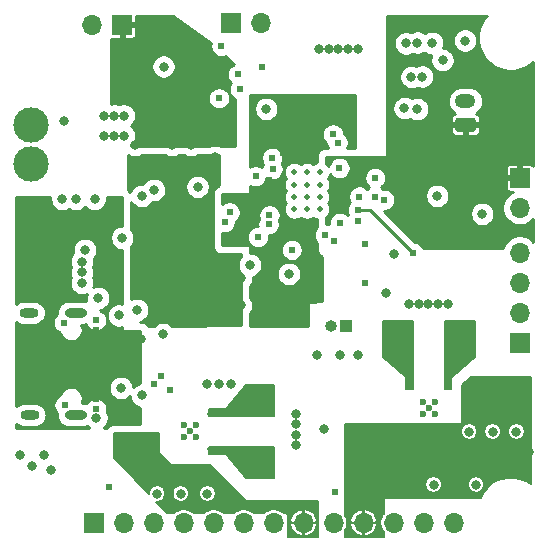
<source format=gbr>
G04 #@! TF.GenerationSoftware,KiCad,Pcbnew,(5.1.8)-1*
G04 #@! TF.CreationDate,2021-03-08T18:17:58+01:00*
G04 #@! TF.ProjectId,SuperPower-uC-KiCad,53757065-7250-46f7-9765-722d75432d4b,rev?*
G04 #@! TF.SameCoordinates,Original*
G04 #@! TF.FileFunction,Copper,L3,Inr*
G04 #@! TF.FilePolarity,Positive*
%FSLAX46Y46*%
G04 Gerber Fmt 4.6, Leading zero omitted, Abs format (unit mm)*
G04 Created by KiCad (PCBNEW (5.1.8)-1) date 2021-03-08 18:17:58*
%MOMM*%
%LPD*%
G01*
G04 APERTURE LIST*
G04 #@! TA.AperFunction,ComponentPad*
%ADD10C,0.600000*%
G04 #@! TD*
G04 #@! TA.AperFunction,ComponentPad*
%ADD11O,1.600000X0.800000*%
G04 #@! TD*
G04 #@! TA.AperFunction,ComponentPad*
%ADD12O,1.900000X0.800000*%
G04 #@! TD*
G04 #@! TA.AperFunction,ComponentPad*
%ADD13O,1.700000X1.700000*%
G04 #@! TD*
G04 #@! TA.AperFunction,ComponentPad*
%ADD14R,1.700000X1.700000*%
G04 #@! TD*
G04 #@! TA.AperFunction,ComponentPad*
%ADD15C,0.500000*%
G04 #@! TD*
G04 #@! TA.AperFunction,WasherPad*
%ADD16C,3.000000*%
G04 #@! TD*
G04 #@! TA.AperFunction,ComponentPad*
%ADD17O,1.000000X1.000000*%
G04 #@! TD*
G04 #@! TA.AperFunction,ComponentPad*
%ADD18R,1.000000X1.000000*%
G04 #@! TD*
G04 #@! TA.AperFunction,ComponentPad*
%ADD19O,1.750000X1.200000*%
G04 #@! TD*
G04 #@! TA.AperFunction,ViaPad*
%ADD20C,0.800000*%
G04 #@! TD*
G04 #@! TA.AperFunction,ViaPad*
%ADD21C,0.610000*%
G04 #@! TD*
G04 #@! TA.AperFunction,ViaPad*
%ADD22C,0.500000*%
G04 #@! TD*
G04 #@! TA.AperFunction,Conductor*
%ADD23C,0.250000*%
G04 #@! TD*
G04 #@! TA.AperFunction,Conductor*
%ADD24C,0.254000*%
G04 #@! TD*
G04 #@! TA.AperFunction,Conductor*
%ADD25C,0.100000*%
G04 #@! TD*
G04 #@! TA.AperFunction,Conductor*
%ADD26C,0.200000*%
G04 #@! TD*
G04 APERTURE END LIST*
D10*
X133339000Y-111000000D03*
X133839000Y-110500000D03*
X133839000Y-111500000D03*
X132839000Y-110500000D03*
X132839000Y-111500000D03*
X153589000Y-109015000D03*
X153089000Y-108515000D03*
X154089000Y-108515000D03*
X153089000Y-109515000D03*
X154089000Y-109515000D03*
D11*
X119731000Y-100958400D03*
X119781000Y-109608400D03*
D12*
X123681000Y-100958400D03*
X123681000Y-109608400D03*
D13*
X161290000Y-95885000D03*
X161290000Y-98425000D03*
X161290000Y-100965000D03*
D14*
X161290000Y-103505000D03*
D15*
X144356400Y-92202200D03*
X143281400Y-92202200D03*
X142206400Y-92202200D03*
X144356400Y-91152200D03*
X143281400Y-91152200D03*
X142206400Y-91152200D03*
X144356400Y-90102200D03*
X143281400Y-90102200D03*
X142206400Y-90102200D03*
X144356400Y-89052200D03*
X143281400Y-89052200D03*
X142206400Y-89052200D03*
D16*
X119888000Y-85090000D03*
X119888000Y-88392000D03*
D13*
X155702000Y-118745000D03*
X153162000Y-118745000D03*
X150622000Y-118745000D03*
X148082000Y-118745000D03*
X145542000Y-118745000D03*
X143002000Y-118745000D03*
X140462000Y-118745000D03*
X137922000Y-118745000D03*
X135382000Y-118745000D03*
X132842000Y-118745000D03*
X130302000Y-118745000D03*
X127762000Y-118745000D03*
D14*
X125222000Y-118745000D03*
D13*
X161290000Y-92075000D03*
D14*
X161290000Y-89535000D03*
D17*
X145288000Y-102108000D03*
D18*
X146558000Y-102108000D03*
D13*
X125095000Y-76581000D03*
D14*
X127635000Y-76581000D03*
X136842500Y-76454000D03*
D13*
X139382500Y-76454000D03*
G04 #@! TA.AperFunction,ComponentPad*
G36*
G01*
X157317601Y-85639200D02*
X156067599Y-85639200D01*
G75*
G02*
X155817600Y-85389201I0J249999D01*
G01*
X155817600Y-84689199D01*
G75*
G02*
X156067599Y-84439200I249999J0D01*
G01*
X157317601Y-84439200D01*
G75*
G02*
X157567600Y-84689199I0J-249999D01*
G01*
X157567600Y-85389201D01*
G75*
G02*
X157317601Y-85639200I-249999J0D01*
G01*
G37*
G04 #@! TD.AperFunction*
D19*
X156692600Y-83039200D03*
D20*
X153035000Y-80962500D03*
X152113793Y-80994151D03*
X126111000Y-85979000D03*
X126936500Y-85979000D03*
X126111000Y-84264500D03*
X126936500Y-84264500D03*
X127762000Y-85979000D03*
X127762000Y-84264500D03*
X154000000Y-115500000D03*
X150622000Y-96012000D03*
X149987000Y-99314000D03*
X141732000Y-97663000D03*
X138430000Y-96901000D03*
X125603000Y-99695000D03*
X128905000Y-100711000D03*
X129286000Y-107950000D03*
X144089000Y-104515000D03*
X157589000Y-115500000D03*
X127508000Y-107315000D03*
X129290660Y-91063660D03*
X123698000Y-91313000D03*
X122682000Y-84709000D03*
X158115000Y-92583000D03*
X124460000Y-95631000D03*
D21*
X136715500Y-92456000D03*
D20*
X156654500Y-77914500D03*
X151661722Y-78143030D03*
X152620307Y-78086807D03*
X134021990Y-90297000D03*
X134839000Y-107015000D03*
X135839000Y-107015000D03*
X136839000Y-107015000D03*
X159000000Y-111015000D03*
X161000000Y-111015000D03*
X157000000Y-111015000D03*
D21*
X145669000Y-116141500D03*
X137414985Y-80772985D03*
D20*
X147589000Y-104515000D03*
X142379000Y-109510000D03*
X142379000Y-110399000D03*
X142379000Y-111288000D03*
X142379000Y-112177000D03*
X153543000Y-100203000D03*
X152717500Y-100203000D03*
X151892000Y-100203000D03*
X154368500Y-100203000D03*
X155194000Y-100203000D03*
X145923000Y-78613000D03*
X145097500Y-78613000D03*
X144272000Y-78613000D03*
X146748500Y-78613000D03*
X147574000Y-78613000D03*
X131127500Y-80110500D03*
D21*
X136017000Y-78359000D03*
D20*
X125292791Y-91348111D03*
D21*
X126500000Y-115750000D03*
D20*
X118965000Y-113017500D03*
X120997000Y-113017500D03*
X119981000Y-113970000D03*
D21*
X125412500Y-109077503D03*
D20*
X125443979Y-109855000D03*
D21*
X122751980Y-108786591D03*
X122682000Y-101790500D03*
D20*
X144716498Y-110807500D03*
D21*
X145478500Y-85852000D03*
X145859500Y-86550500D03*
D20*
X130302000Y-90551000D03*
D21*
X125411734Y-101604507D03*
D20*
X127357239Y-101185744D03*
X154305000Y-91059000D03*
D21*
X139445504Y-80136504D03*
D20*
X146089000Y-104515000D03*
X130589000Y-116265000D03*
X132589000Y-116265000D03*
X121589000Y-114265000D03*
X134839000Y-116265000D03*
X124206000Y-96647000D03*
X124206000Y-98425000D03*
X124206000Y-97536000D03*
D21*
X140017500Y-93472000D03*
X140097617Y-92698527D03*
X138921593Y-89405114D03*
X152273000Y-95885000D03*
X140359825Y-88788868D03*
X147569268Y-92263300D03*
X141986000Y-95631000D03*
X148145500Y-95167974D03*
D20*
X139827000Y-83693000D03*
D21*
X140335096Y-87830958D03*
D20*
X140081000Y-100965000D03*
X139573000Y-99060000D03*
D21*
X140271500Y-85344000D03*
X140271500Y-85979000D03*
X140271500Y-86614000D03*
X139573000Y-85344000D03*
X139573000Y-85979000D03*
X139573000Y-86614000D03*
X146748500Y-84391500D03*
X146113500Y-84391500D03*
X145478500Y-84391500D03*
X141252077Y-87456794D03*
X140081000Y-90424000D03*
X140081000Y-89725500D03*
X149054584Y-89532747D03*
X149048587Y-91134398D03*
D20*
X129667000Y-85471000D03*
D21*
X139128500Y-94551500D03*
X136310990Y-93281500D03*
D20*
X135382000Y-85026500D03*
X129506839Y-86580839D03*
X131826000Y-86741000D03*
X133477000Y-86741000D03*
D21*
X146043555Y-93347148D03*
X135064500Y-80073500D03*
X129095500Y-80327500D03*
D20*
X128714500Y-86741000D03*
X136652000Y-100330000D03*
X137668000Y-100330000D03*
X132828844Y-99352032D03*
X129413000Y-98933000D03*
X131953000Y-93472000D03*
X129413000Y-95250000D03*
X137668000Y-98043988D03*
X135472000Y-87757000D03*
X136652000Y-98107500D03*
D21*
X148209000Y-98425000D03*
D20*
X128905000Y-109220000D03*
X120269000Y-95567500D03*
X119316502Y-95948500D03*
D21*
X125412500Y-107665253D03*
X125412500Y-103060500D03*
X125412500Y-102425500D03*
X125412500Y-108267500D03*
D20*
X129222500Y-103187500D03*
D21*
X145547000Y-94870488D03*
X137604500Y-82042000D03*
X144776433Y-94355477D03*
X135831015Y-82797515D03*
D20*
X122555000Y-91313000D03*
X127635000Y-94615000D03*
X153860500Y-78105000D03*
X151526997Y-83629500D03*
D21*
X130913979Y-106325167D03*
X130339000Y-107015000D03*
X147585868Y-93170867D03*
X149818630Y-91385694D03*
D22*
X155189000Y-107265000D03*
X155193500Y-106500000D03*
X155193500Y-105750000D03*
D21*
X157089000Y-102000000D03*
X157089000Y-104250000D03*
X157089000Y-103500000D03*
X157089000Y-102750000D03*
X150089000Y-104265000D03*
X150089000Y-102765000D03*
X150089000Y-102015000D03*
X150089000Y-103515000D03*
D22*
X152039000Y-107250000D03*
X152039000Y-105750000D03*
X152039000Y-106500000D03*
X135089000Y-109500000D03*
X135839000Y-109500000D03*
X136589000Y-109500000D03*
D21*
X138188000Y-107537500D03*
X138823000Y-107537500D03*
X139458000Y-107537500D03*
X140093000Y-107537500D03*
X138188000Y-114526500D03*
X138823000Y-114526500D03*
X139458000Y-114526500D03*
X140093000Y-114526500D03*
D22*
X135089000Y-112500000D03*
X135839000Y-112500000D03*
X136589000Y-112500000D03*
D20*
X154748998Y-79565000D03*
X152605194Y-83707694D03*
D21*
X131708990Y-107479560D03*
X128589000Y-111515000D03*
D20*
X131089000Y-102765000D03*
X128589000Y-113515000D03*
X130589000Y-114265000D03*
X134714000Y-114390000D03*
X162089000Y-112765000D03*
X149352000Y-116459000D03*
X149733000Y-114427000D03*
X157000000Y-107000000D03*
X159000000Y-107000000D03*
X161000000Y-107000000D03*
X152101653Y-111752347D03*
D21*
X147701000Y-91122500D03*
X146022325Y-88705664D03*
D20*
X157861000Y-89408000D03*
D21*
X146716462Y-90519538D03*
X150622239Y-88518761D03*
X150622000Y-89154000D03*
X150622000Y-89789000D03*
X146684990Y-89852510D03*
D23*
X152273000Y-95885000D02*
X148651300Y-92263300D01*
X148651300Y-92263300D02*
X147569268Y-92263300D01*
D24*
X147320000Y-86995000D02*
X146692831Y-86995000D01*
X146763376Y-86824688D01*
X146799500Y-86643082D01*
X146799500Y-86457918D01*
X146763376Y-86276312D01*
X146692517Y-86105243D01*
X146589645Y-85951285D01*
X146458715Y-85820355D01*
X146418500Y-85793484D01*
X146418500Y-85759418D01*
X146382376Y-85577812D01*
X146311517Y-85406743D01*
X146208645Y-85252785D01*
X146077715Y-85121855D01*
X145923757Y-85018983D01*
X145752688Y-84948124D01*
X145571082Y-84912000D01*
X145385918Y-84912000D01*
X145204312Y-84948124D01*
X145033243Y-85018983D01*
X144879285Y-85121855D01*
X144748355Y-85252785D01*
X144645483Y-85406743D01*
X144574624Y-85577812D01*
X144538500Y-85759418D01*
X144538500Y-85944582D01*
X144574624Y-86126188D01*
X144645483Y-86297257D01*
X144748355Y-86451215D01*
X144879285Y-86582145D01*
X144919500Y-86609016D01*
X144919500Y-86643082D01*
X144955624Y-86824688D01*
X145026169Y-86995000D01*
X144780000Y-86995000D01*
X144656118Y-87007201D01*
X144536996Y-87043336D01*
X144427213Y-87102017D01*
X144330987Y-87180987D01*
X144252017Y-87277213D01*
X144193336Y-87386996D01*
X144157201Y-87506118D01*
X144145000Y-87630000D01*
X144145000Y-88191912D01*
X144098255Y-88201210D01*
X143937195Y-88267923D01*
X143818900Y-88346966D01*
X143700605Y-88267923D01*
X143539545Y-88201210D01*
X143368565Y-88167200D01*
X143194235Y-88167200D01*
X143023255Y-88201210D01*
X142862195Y-88267923D01*
X142743900Y-88346966D01*
X142625605Y-88267923D01*
X142464545Y-88201210D01*
X142293565Y-88167200D01*
X142119235Y-88167200D01*
X141948255Y-88201210D01*
X141787195Y-88267923D01*
X141642245Y-88364776D01*
X141518976Y-88488045D01*
X141422123Y-88632995D01*
X141355410Y-88794055D01*
X141321400Y-88965035D01*
X141321400Y-89139365D01*
X141355410Y-89310345D01*
X141422123Y-89471405D01*
X141492813Y-89577200D01*
X141422123Y-89682995D01*
X141355410Y-89844055D01*
X141321400Y-90015035D01*
X141321400Y-90189365D01*
X141355410Y-90360345D01*
X141422123Y-90521405D01*
X141492813Y-90627200D01*
X141422123Y-90732995D01*
X141355410Y-90894055D01*
X141321400Y-91065035D01*
X141321400Y-91239365D01*
X141355410Y-91410345D01*
X141422123Y-91571405D01*
X141492813Y-91677200D01*
X141422123Y-91782995D01*
X141355410Y-91944055D01*
X141321400Y-92115035D01*
X141321400Y-92289365D01*
X141355410Y-92460345D01*
X141422123Y-92621405D01*
X141518976Y-92766355D01*
X141642245Y-92889624D01*
X141787195Y-92986477D01*
X141948255Y-93053190D01*
X142119235Y-93087200D01*
X142293565Y-93087200D01*
X142464545Y-93053190D01*
X142625605Y-92986477D01*
X142743900Y-92907434D01*
X142862195Y-92986477D01*
X143023255Y-93053190D01*
X143194235Y-93087200D01*
X143368565Y-93087200D01*
X143539545Y-93053190D01*
X143700605Y-92986477D01*
X143818900Y-92907434D01*
X143937195Y-92986477D01*
X144098255Y-93053190D01*
X144145000Y-93062488D01*
X144145000Y-93657550D01*
X144046288Y-93756262D01*
X143943416Y-93910220D01*
X143872557Y-94081289D01*
X143836433Y-94262895D01*
X143836433Y-94448059D01*
X143872557Y-94629665D01*
X143943416Y-94800734D01*
X144046288Y-94954692D01*
X144145000Y-95053404D01*
X144145000Y-95631000D01*
X144157201Y-95754882D01*
X144193336Y-95874004D01*
X144252017Y-95983787D01*
X144330987Y-96080013D01*
X144427213Y-96158983D01*
X144526000Y-96211786D01*
X144526000Y-99962330D01*
X143495975Y-100076777D01*
X143471620Y-100081938D01*
X143448739Y-100091752D01*
X143428213Y-100105841D01*
X143410830Y-100123664D01*
X143397257Y-100144535D01*
X143388018Y-100167654D01*
X143383000Y-100203000D01*
X143383000Y-102108000D01*
X138430000Y-102108000D01*
X138430000Y-101031711D01*
X138471937Y-100989774D01*
X138585205Y-100820256D01*
X138663226Y-100631898D01*
X138703000Y-100431939D01*
X138703000Y-100228061D01*
X138663226Y-100028102D01*
X138585205Y-99839744D01*
X138471937Y-99670226D01*
X138430000Y-99628289D01*
X138430000Y-98745699D01*
X138471937Y-98703762D01*
X138585205Y-98534244D01*
X138663226Y-98345886D01*
X138703000Y-98145927D01*
X138703000Y-97942049D01*
X138695332Y-97903499D01*
X138731898Y-97896226D01*
X138920256Y-97818205D01*
X139089774Y-97704937D01*
X139233650Y-97561061D01*
X140697000Y-97561061D01*
X140697000Y-97764939D01*
X140736774Y-97964898D01*
X140814795Y-98153256D01*
X140928063Y-98322774D01*
X141072226Y-98466937D01*
X141241744Y-98580205D01*
X141430102Y-98658226D01*
X141630061Y-98698000D01*
X141833939Y-98698000D01*
X142033898Y-98658226D01*
X142222256Y-98580205D01*
X142391774Y-98466937D01*
X142535937Y-98322774D01*
X142649205Y-98153256D01*
X142727226Y-97964898D01*
X142767000Y-97764939D01*
X142767000Y-97561061D01*
X142727226Y-97361102D01*
X142649205Y-97172744D01*
X142535937Y-97003226D01*
X142391774Y-96859063D01*
X142222256Y-96745795D01*
X142033898Y-96667774D01*
X141833939Y-96628000D01*
X141630061Y-96628000D01*
X141430102Y-96667774D01*
X141241744Y-96745795D01*
X141072226Y-96859063D01*
X140928063Y-97003226D01*
X140814795Y-97172744D01*
X140736774Y-97361102D01*
X140697000Y-97561061D01*
X139233650Y-97561061D01*
X139233937Y-97560774D01*
X139347205Y-97391256D01*
X139425226Y-97202898D01*
X139465000Y-97002939D01*
X139465000Y-96799061D01*
X139425226Y-96599102D01*
X139347205Y-96410744D01*
X139233937Y-96241226D01*
X139089774Y-96097063D01*
X138920256Y-95983795D01*
X138731898Y-95905774D01*
X138531939Y-95866000D01*
X138430000Y-95866000D01*
X138430000Y-95538418D01*
X141046000Y-95538418D01*
X141046000Y-95723582D01*
X141082124Y-95905188D01*
X141152983Y-96076257D01*
X141255855Y-96230215D01*
X141386785Y-96361145D01*
X141540743Y-96464017D01*
X141711812Y-96534876D01*
X141893418Y-96571000D01*
X142078582Y-96571000D01*
X142260188Y-96534876D01*
X142431257Y-96464017D01*
X142585215Y-96361145D01*
X142716145Y-96230215D01*
X142819017Y-96076257D01*
X142889876Y-95905188D01*
X142926000Y-95723582D01*
X142926000Y-95538418D01*
X142889876Y-95356812D01*
X142819017Y-95185743D01*
X142716145Y-95031785D01*
X142585215Y-94900855D01*
X142431257Y-94797983D01*
X142260188Y-94727124D01*
X142078582Y-94691000D01*
X141893418Y-94691000D01*
X141711812Y-94727124D01*
X141540743Y-94797983D01*
X141386785Y-94900855D01*
X141255855Y-95031785D01*
X141152983Y-95185743D01*
X141082124Y-95356812D01*
X141046000Y-95538418D01*
X138430000Y-95538418D01*
X138430000Y-95377000D01*
X138427560Y-95352224D01*
X138420333Y-95328399D01*
X138408597Y-95306443D01*
X138392803Y-95287197D01*
X138373557Y-95271403D01*
X138351601Y-95259667D01*
X138327776Y-95252440D01*
X138303000Y-95250000D01*
X136080500Y-95250000D01*
X136080500Y-94458918D01*
X138188500Y-94458918D01*
X138188500Y-94644082D01*
X138224624Y-94825688D01*
X138295483Y-94996757D01*
X138398355Y-95150715D01*
X138529285Y-95281645D01*
X138683243Y-95384517D01*
X138854312Y-95455376D01*
X139035918Y-95491500D01*
X139221082Y-95491500D01*
X139402688Y-95455376D01*
X139573757Y-95384517D01*
X139727715Y-95281645D01*
X139858645Y-95150715D01*
X139961517Y-94996757D01*
X140032376Y-94825688D01*
X140068500Y-94644082D01*
X140068500Y-94458918D01*
X140059167Y-94412000D01*
X140110082Y-94412000D01*
X140291688Y-94375876D01*
X140462757Y-94305017D01*
X140616715Y-94202145D01*
X140747645Y-94071215D01*
X140850517Y-93917257D01*
X140921376Y-93746188D01*
X140957500Y-93564582D01*
X140957500Y-93379418D01*
X140921376Y-93197812D01*
X140911104Y-93173013D01*
X140930634Y-93143784D01*
X141001493Y-92972715D01*
X141037617Y-92791109D01*
X141037617Y-92605945D01*
X141001493Y-92424339D01*
X140930634Y-92253270D01*
X140827762Y-92099312D01*
X140696832Y-91968382D01*
X140542874Y-91865510D01*
X140371805Y-91794651D01*
X140190199Y-91758527D01*
X140005035Y-91758527D01*
X139823429Y-91794651D01*
X139652360Y-91865510D01*
X139498402Y-91968382D01*
X139367472Y-92099312D01*
X139264600Y-92253270D01*
X139193741Y-92424339D01*
X139157617Y-92605945D01*
X139157617Y-92791109D01*
X139193741Y-92972715D01*
X139204013Y-92997514D01*
X139184483Y-93026743D01*
X139113624Y-93197812D01*
X139077500Y-93379418D01*
X139077500Y-93564582D01*
X139086833Y-93611500D01*
X139035918Y-93611500D01*
X138854312Y-93647624D01*
X138683243Y-93718483D01*
X138529285Y-93821355D01*
X138398355Y-93952285D01*
X138295483Y-94106243D01*
X138224624Y-94277312D01*
X138188500Y-94458918D01*
X136080500Y-94458918D01*
X136080500Y-94194068D01*
X136218408Y-94221500D01*
X136403572Y-94221500D01*
X136585178Y-94185376D01*
X136756247Y-94114517D01*
X136910205Y-94011645D01*
X137041135Y-93880715D01*
X137144007Y-93726757D01*
X137214866Y-93555688D01*
X137250990Y-93374082D01*
X137250990Y-93228725D01*
X137314715Y-93186145D01*
X137445645Y-93055215D01*
X137548517Y-92901257D01*
X137619376Y-92730188D01*
X137655500Y-92548582D01*
X137655500Y-92363418D01*
X137619376Y-92181812D01*
X137548517Y-92010743D01*
X137445645Y-91856785D01*
X137314715Y-91725855D01*
X137160757Y-91622983D01*
X136989688Y-91552124D01*
X136808082Y-91516000D01*
X136622918Y-91516000D01*
X136441312Y-91552124D01*
X136270243Y-91622983D01*
X136116285Y-91725855D01*
X136080500Y-91761640D01*
X136080500Y-90932000D01*
X138303000Y-90932000D01*
X138327776Y-90929560D01*
X138351601Y-90922333D01*
X138373557Y-90910597D01*
X138392803Y-90894803D01*
X138408597Y-90875557D01*
X138420333Y-90853601D01*
X138427560Y-90829776D01*
X138430000Y-90805000D01*
X138430000Y-90207170D01*
X138476336Y-90238131D01*
X138647405Y-90308990D01*
X138829011Y-90345114D01*
X139014175Y-90345114D01*
X139195781Y-90308990D01*
X139366850Y-90238131D01*
X139520808Y-90135259D01*
X139651738Y-90004329D01*
X139754610Y-89850371D01*
X139825469Y-89679302D01*
X139846003Y-89576071D01*
X139914568Y-89621885D01*
X140085637Y-89692744D01*
X140267243Y-89728868D01*
X140452407Y-89728868D01*
X140634013Y-89692744D01*
X140805082Y-89621885D01*
X140959040Y-89519013D01*
X141089970Y-89388083D01*
X141192842Y-89234125D01*
X141263701Y-89063056D01*
X141299825Y-88881450D01*
X141299825Y-88696286D01*
X141263701Y-88514680D01*
X141192842Y-88343611D01*
X141157961Y-88291408D01*
X141168113Y-88276215D01*
X141238972Y-88105146D01*
X141275096Y-87923540D01*
X141275096Y-87738376D01*
X141238972Y-87556770D01*
X141168113Y-87385701D01*
X141065241Y-87231743D01*
X140934311Y-87100813D01*
X140780353Y-86997941D01*
X140609284Y-86927082D01*
X140427678Y-86890958D01*
X140242514Y-86890958D01*
X140060908Y-86927082D01*
X139889839Y-86997941D01*
X139735881Y-87100813D01*
X139604951Y-87231743D01*
X139502079Y-87385701D01*
X139431220Y-87556770D01*
X139395096Y-87738376D01*
X139395096Y-87923540D01*
X139431220Y-88105146D01*
X139502079Y-88276215D01*
X139536960Y-88328418D01*
X139526808Y-88343611D01*
X139455949Y-88514680D01*
X139435415Y-88617911D01*
X139366850Y-88572097D01*
X139195781Y-88501238D01*
X139014175Y-88465114D01*
X138829011Y-88465114D01*
X138647405Y-88501238D01*
X138476336Y-88572097D01*
X138430000Y-88603058D01*
X138430000Y-83591061D01*
X138792000Y-83591061D01*
X138792000Y-83794939D01*
X138831774Y-83994898D01*
X138909795Y-84183256D01*
X139023063Y-84352774D01*
X139167226Y-84496937D01*
X139336744Y-84610205D01*
X139525102Y-84688226D01*
X139725061Y-84728000D01*
X139928939Y-84728000D01*
X140128898Y-84688226D01*
X140317256Y-84610205D01*
X140486774Y-84496937D01*
X140630937Y-84352774D01*
X140744205Y-84183256D01*
X140822226Y-83994898D01*
X140862000Y-83794939D01*
X140862000Y-83591061D01*
X140822226Y-83391102D01*
X140744205Y-83202744D01*
X140630937Y-83033226D01*
X140486774Y-82889063D01*
X140317256Y-82775795D01*
X140128898Y-82697774D01*
X139928939Y-82658000D01*
X139725061Y-82658000D01*
X139525102Y-82697774D01*
X139336744Y-82775795D01*
X139167226Y-82889063D01*
X139023063Y-83033226D01*
X138909795Y-83202744D01*
X138831774Y-83391102D01*
X138792000Y-83591061D01*
X138430000Y-83591061D01*
X138430000Y-82550000D01*
X147320000Y-82550000D01*
X147320000Y-86995000D01*
G04 #@! TA.AperFunction,Conductor*
D25*
G36*
X147320000Y-86995000D02*
G01*
X146692831Y-86995000D01*
X146763376Y-86824688D01*
X146799500Y-86643082D01*
X146799500Y-86457918D01*
X146763376Y-86276312D01*
X146692517Y-86105243D01*
X146589645Y-85951285D01*
X146458715Y-85820355D01*
X146418500Y-85793484D01*
X146418500Y-85759418D01*
X146382376Y-85577812D01*
X146311517Y-85406743D01*
X146208645Y-85252785D01*
X146077715Y-85121855D01*
X145923757Y-85018983D01*
X145752688Y-84948124D01*
X145571082Y-84912000D01*
X145385918Y-84912000D01*
X145204312Y-84948124D01*
X145033243Y-85018983D01*
X144879285Y-85121855D01*
X144748355Y-85252785D01*
X144645483Y-85406743D01*
X144574624Y-85577812D01*
X144538500Y-85759418D01*
X144538500Y-85944582D01*
X144574624Y-86126188D01*
X144645483Y-86297257D01*
X144748355Y-86451215D01*
X144879285Y-86582145D01*
X144919500Y-86609016D01*
X144919500Y-86643082D01*
X144955624Y-86824688D01*
X145026169Y-86995000D01*
X144780000Y-86995000D01*
X144656118Y-87007201D01*
X144536996Y-87043336D01*
X144427213Y-87102017D01*
X144330987Y-87180987D01*
X144252017Y-87277213D01*
X144193336Y-87386996D01*
X144157201Y-87506118D01*
X144145000Y-87630000D01*
X144145000Y-88191912D01*
X144098255Y-88201210D01*
X143937195Y-88267923D01*
X143818900Y-88346966D01*
X143700605Y-88267923D01*
X143539545Y-88201210D01*
X143368565Y-88167200D01*
X143194235Y-88167200D01*
X143023255Y-88201210D01*
X142862195Y-88267923D01*
X142743900Y-88346966D01*
X142625605Y-88267923D01*
X142464545Y-88201210D01*
X142293565Y-88167200D01*
X142119235Y-88167200D01*
X141948255Y-88201210D01*
X141787195Y-88267923D01*
X141642245Y-88364776D01*
X141518976Y-88488045D01*
X141422123Y-88632995D01*
X141355410Y-88794055D01*
X141321400Y-88965035D01*
X141321400Y-89139365D01*
X141355410Y-89310345D01*
X141422123Y-89471405D01*
X141492813Y-89577200D01*
X141422123Y-89682995D01*
X141355410Y-89844055D01*
X141321400Y-90015035D01*
X141321400Y-90189365D01*
X141355410Y-90360345D01*
X141422123Y-90521405D01*
X141492813Y-90627200D01*
X141422123Y-90732995D01*
X141355410Y-90894055D01*
X141321400Y-91065035D01*
X141321400Y-91239365D01*
X141355410Y-91410345D01*
X141422123Y-91571405D01*
X141492813Y-91677200D01*
X141422123Y-91782995D01*
X141355410Y-91944055D01*
X141321400Y-92115035D01*
X141321400Y-92289365D01*
X141355410Y-92460345D01*
X141422123Y-92621405D01*
X141518976Y-92766355D01*
X141642245Y-92889624D01*
X141787195Y-92986477D01*
X141948255Y-93053190D01*
X142119235Y-93087200D01*
X142293565Y-93087200D01*
X142464545Y-93053190D01*
X142625605Y-92986477D01*
X142743900Y-92907434D01*
X142862195Y-92986477D01*
X143023255Y-93053190D01*
X143194235Y-93087200D01*
X143368565Y-93087200D01*
X143539545Y-93053190D01*
X143700605Y-92986477D01*
X143818900Y-92907434D01*
X143937195Y-92986477D01*
X144098255Y-93053190D01*
X144145000Y-93062488D01*
X144145000Y-93657550D01*
X144046288Y-93756262D01*
X143943416Y-93910220D01*
X143872557Y-94081289D01*
X143836433Y-94262895D01*
X143836433Y-94448059D01*
X143872557Y-94629665D01*
X143943416Y-94800734D01*
X144046288Y-94954692D01*
X144145000Y-95053404D01*
X144145000Y-95631000D01*
X144157201Y-95754882D01*
X144193336Y-95874004D01*
X144252017Y-95983787D01*
X144330987Y-96080013D01*
X144427213Y-96158983D01*
X144526000Y-96211786D01*
X144526000Y-99962330D01*
X143495975Y-100076777D01*
X143471620Y-100081938D01*
X143448739Y-100091752D01*
X143428213Y-100105841D01*
X143410830Y-100123664D01*
X143397257Y-100144535D01*
X143388018Y-100167654D01*
X143383000Y-100203000D01*
X143383000Y-102108000D01*
X138430000Y-102108000D01*
X138430000Y-101031711D01*
X138471937Y-100989774D01*
X138585205Y-100820256D01*
X138663226Y-100631898D01*
X138703000Y-100431939D01*
X138703000Y-100228061D01*
X138663226Y-100028102D01*
X138585205Y-99839744D01*
X138471937Y-99670226D01*
X138430000Y-99628289D01*
X138430000Y-98745699D01*
X138471937Y-98703762D01*
X138585205Y-98534244D01*
X138663226Y-98345886D01*
X138703000Y-98145927D01*
X138703000Y-97942049D01*
X138695332Y-97903499D01*
X138731898Y-97896226D01*
X138920256Y-97818205D01*
X139089774Y-97704937D01*
X139233650Y-97561061D01*
X140697000Y-97561061D01*
X140697000Y-97764939D01*
X140736774Y-97964898D01*
X140814795Y-98153256D01*
X140928063Y-98322774D01*
X141072226Y-98466937D01*
X141241744Y-98580205D01*
X141430102Y-98658226D01*
X141630061Y-98698000D01*
X141833939Y-98698000D01*
X142033898Y-98658226D01*
X142222256Y-98580205D01*
X142391774Y-98466937D01*
X142535937Y-98322774D01*
X142649205Y-98153256D01*
X142727226Y-97964898D01*
X142767000Y-97764939D01*
X142767000Y-97561061D01*
X142727226Y-97361102D01*
X142649205Y-97172744D01*
X142535937Y-97003226D01*
X142391774Y-96859063D01*
X142222256Y-96745795D01*
X142033898Y-96667774D01*
X141833939Y-96628000D01*
X141630061Y-96628000D01*
X141430102Y-96667774D01*
X141241744Y-96745795D01*
X141072226Y-96859063D01*
X140928063Y-97003226D01*
X140814795Y-97172744D01*
X140736774Y-97361102D01*
X140697000Y-97561061D01*
X139233650Y-97561061D01*
X139233937Y-97560774D01*
X139347205Y-97391256D01*
X139425226Y-97202898D01*
X139465000Y-97002939D01*
X139465000Y-96799061D01*
X139425226Y-96599102D01*
X139347205Y-96410744D01*
X139233937Y-96241226D01*
X139089774Y-96097063D01*
X138920256Y-95983795D01*
X138731898Y-95905774D01*
X138531939Y-95866000D01*
X138430000Y-95866000D01*
X138430000Y-95538418D01*
X141046000Y-95538418D01*
X141046000Y-95723582D01*
X141082124Y-95905188D01*
X141152983Y-96076257D01*
X141255855Y-96230215D01*
X141386785Y-96361145D01*
X141540743Y-96464017D01*
X141711812Y-96534876D01*
X141893418Y-96571000D01*
X142078582Y-96571000D01*
X142260188Y-96534876D01*
X142431257Y-96464017D01*
X142585215Y-96361145D01*
X142716145Y-96230215D01*
X142819017Y-96076257D01*
X142889876Y-95905188D01*
X142926000Y-95723582D01*
X142926000Y-95538418D01*
X142889876Y-95356812D01*
X142819017Y-95185743D01*
X142716145Y-95031785D01*
X142585215Y-94900855D01*
X142431257Y-94797983D01*
X142260188Y-94727124D01*
X142078582Y-94691000D01*
X141893418Y-94691000D01*
X141711812Y-94727124D01*
X141540743Y-94797983D01*
X141386785Y-94900855D01*
X141255855Y-95031785D01*
X141152983Y-95185743D01*
X141082124Y-95356812D01*
X141046000Y-95538418D01*
X138430000Y-95538418D01*
X138430000Y-95377000D01*
X138427560Y-95352224D01*
X138420333Y-95328399D01*
X138408597Y-95306443D01*
X138392803Y-95287197D01*
X138373557Y-95271403D01*
X138351601Y-95259667D01*
X138327776Y-95252440D01*
X138303000Y-95250000D01*
X136080500Y-95250000D01*
X136080500Y-94458918D01*
X138188500Y-94458918D01*
X138188500Y-94644082D01*
X138224624Y-94825688D01*
X138295483Y-94996757D01*
X138398355Y-95150715D01*
X138529285Y-95281645D01*
X138683243Y-95384517D01*
X138854312Y-95455376D01*
X139035918Y-95491500D01*
X139221082Y-95491500D01*
X139402688Y-95455376D01*
X139573757Y-95384517D01*
X139727715Y-95281645D01*
X139858645Y-95150715D01*
X139961517Y-94996757D01*
X140032376Y-94825688D01*
X140068500Y-94644082D01*
X140068500Y-94458918D01*
X140059167Y-94412000D01*
X140110082Y-94412000D01*
X140291688Y-94375876D01*
X140462757Y-94305017D01*
X140616715Y-94202145D01*
X140747645Y-94071215D01*
X140850517Y-93917257D01*
X140921376Y-93746188D01*
X140957500Y-93564582D01*
X140957500Y-93379418D01*
X140921376Y-93197812D01*
X140911104Y-93173013D01*
X140930634Y-93143784D01*
X141001493Y-92972715D01*
X141037617Y-92791109D01*
X141037617Y-92605945D01*
X141001493Y-92424339D01*
X140930634Y-92253270D01*
X140827762Y-92099312D01*
X140696832Y-91968382D01*
X140542874Y-91865510D01*
X140371805Y-91794651D01*
X140190199Y-91758527D01*
X140005035Y-91758527D01*
X139823429Y-91794651D01*
X139652360Y-91865510D01*
X139498402Y-91968382D01*
X139367472Y-92099312D01*
X139264600Y-92253270D01*
X139193741Y-92424339D01*
X139157617Y-92605945D01*
X139157617Y-92791109D01*
X139193741Y-92972715D01*
X139204013Y-92997514D01*
X139184483Y-93026743D01*
X139113624Y-93197812D01*
X139077500Y-93379418D01*
X139077500Y-93564582D01*
X139086833Y-93611500D01*
X139035918Y-93611500D01*
X138854312Y-93647624D01*
X138683243Y-93718483D01*
X138529285Y-93821355D01*
X138398355Y-93952285D01*
X138295483Y-94106243D01*
X138224624Y-94277312D01*
X138188500Y-94458918D01*
X136080500Y-94458918D01*
X136080500Y-94194068D01*
X136218408Y-94221500D01*
X136403572Y-94221500D01*
X136585178Y-94185376D01*
X136756247Y-94114517D01*
X136910205Y-94011645D01*
X137041135Y-93880715D01*
X137144007Y-93726757D01*
X137214866Y-93555688D01*
X137250990Y-93374082D01*
X137250990Y-93228725D01*
X137314715Y-93186145D01*
X137445645Y-93055215D01*
X137548517Y-92901257D01*
X137619376Y-92730188D01*
X137655500Y-92548582D01*
X137655500Y-92363418D01*
X137619376Y-92181812D01*
X137548517Y-92010743D01*
X137445645Y-91856785D01*
X137314715Y-91725855D01*
X137160757Y-91622983D01*
X136989688Y-91552124D01*
X136808082Y-91516000D01*
X136622918Y-91516000D01*
X136441312Y-91552124D01*
X136270243Y-91622983D01*
X136116285Y-91725855D01*
X136080500Y-91761640D01*
X136080500Y-90932000D01*
X138303000Y-90932000D01*
X138327776Y-90929560D01*
X138351601Y-90922333D01*
X138373557Y-90910597D01*
X138392803Y-90894803D01*
X138408597Y-90875557D01*
X138420333Y-90853601D01*
X138427560Y-90829776D01*
X138430000Y-90805000D01*
X138430000Y-90207170D01*
X138476336Y-90238131D01*
X138647405Y-90308990D01*
X138829011Y-90345114D01*
X139014175Y-90345114D01*
X139195781Y-90308990D01*
X139366850Y-90238131D01*
X139520808Y-90135259D01*
X139651738Y-90004329D01*
X139754610Y-89850371D01*
X139825469Y-89679302D01*
X139846003Y-89576071D01*
X139914568Y-89621885D01*
X140085637Y-89692744D01*
X140267243Y-89728868D01*
X140452407Y-89728868D01*
X140634013Y-89692744D01*
X140805082Y-89621885D01*
X140959040Y-89519013D01*
X141089970Y-89388083D01*
X141192842Y-89234125D01*
X141263701Y-89063056D01*
X141299825Y-88881450D01*
X141299825Y-88696286D01*
X141263701Y-88514680D01*
X141192842Y-88343611D01*
X141157961Y-88291408D01*
X141168113Y-88276215D01*
X141238972Y-88105146D01*
X141275096Y-87923540D01*
X141275096Y-87738376D01*
X141238972Y-87556770D01*
X141168113Y-87385701D01*
X141065241Y-87231743D01*
X140934311Y-87100813D01*
X140780353Y-86997941D01*
X140609284Y-86927082D01*
X140427678Y-86890958D01*
X140242514Y-86890958D01*
X140060908Y-86927082D01*
X139889839Y-86997941D01*
X139735881Y-87100813D01*
X139604951Y-87231743D01*
X139502079Y-87385701D01*
X139431220Y-87556770D01*
X139395096Y-87738376D01*
X139395096Y-87923540D01*
X139431220Y-88105146D01*
X139502079Y-88276215D01*
X139536960Y-88328418D01*
X139526808Y-88343611D01*
X139455949Y-88514680D01*
X139435415Y-88617911D01*
X139366850Y-88572097D01*
X139195781Y-88501238D01*
X139014175Y-88465114D01*
X138829011Y-88465114D01*
X138647405Y-88501238D01*
X138476336Y-88572097D01*
X138430000Y-88603058D01*
X138430000Y-83591061D01*
X138792000Y-83591061D01*
X138792000Y-83794939D01*
X138831774Y-83994898D01*
X138909795Y-84183256D01*
X139023063Y-84352774D01*
X139167226Y-84496937D01*
X139336744Y-84610205D01*
X139525102Y-84688226D01*
X139725061Y-84728000D01*
X139928939Y-84728000D01*
X140128898Y-84688226D01*
X140317256Y-84610205D01*
X140486774Y-84496937D01*
X140630937Y-84352774D01*
X140744205Y-84183256D01*
X140822226Y-83994898D01*
X140862000Y-83794939D01*
X140862000Y-83591061D01*
X140822226Y-83391102D01*
X140744205Y-83202744D01*
X140630937Y-83033226D01*
X140486774Y-82889063D01*
X140317256Y-82775795D01*
X140128898Y-82697774D01*
X139928939Y-82658000D01*
X139725061Y-82658000D01*
X139525102Y-82697774D01*
X139336744Y-82775795D01*
X139167226Y-82889063D01*
X139023063Y-83033226D01*
X138909795Y-83202744D01*
X138831774Y-83391102D01*
X138792000Y-83591061D01*
X138430000Y-83591061D01*
X138430000Y-82550000D01*
X147320000Y-82550000D01*
X147320000Y-86995000D01*
G37*
G04 #@! TD.AperFunction*
D24*
X131231481Y-87588539D02*
X131335744Y-87658205D01*
X131524102Y-87736226D01*
X131724061Y-87776000D01*
X131927939Y-87776000D01*
X132127898Y-87736226D01*
X132316256Y-87658205D01*
X132408455Y-87596600D01*
X132899580Y-87599964D01*
X132986744Y-87658205D01*
X133175102Y-87736226D01*
X133375061Y-87776000D01*
X133578939Y-87776000D01*
X133778898Y-87736226D01*
X133967256Y-87658205D01*
X134042702Y-87607794D01*
X135826550Y-87620012D01*
X135826516Y-90183142D01*
X135710496Y-90218336D01*
X135600713Y-90277017D01*
X135504487Y-90355987D01*
X135425517Y-90452213D01*
X135366836Y-90561996D01*
X135330701Y-90681118D01*
X135318500Y-90805000D01*
X135318500Y-95377000D01*
X135330701Y-95500882D01*
X135366836Y-95620004D01*
X135425517Y-95729787D01*
X135504487Y-95826013D01*
X135600713Y-95904983D01*
X135710496Y-95963664D01*
X135829618Y-95999799D01*
X135953500Y-96012000D01*
X137668000Y-96012000D01*
X137668000Y-96199289D01*
X137626063Y-96241226D01*
X137512795Y-96410744D01*
X137434774Y-96599102D01*
X137395000Y-96799061D01*
X137395000Y-97002939D01*
X137434774Y-97202898D01*
X137512795Y-97391256D01*
X137626063Y-97560774D01*
X137668000Y-97602711D01*
X137668000Y-101959034D01*
X131836734Y-102049023D01*
X131748774Y-101961063D01*
X131579256Y-101847795D01*
X131390898Y-101769774D01*
X131190939Y-101730000D01*
X130987061Y-101730000D01*
X130787102Y-101769774D01*
X130598744Y-101847795D01*
X130429226Y-101961063D01*
X130317826Y-102072463D01*
X129851637Y-102079657D01*
X129813983Y-102009213D01*
X129735013Y-101912987D01*
X129638787Y-101834017D01*
X129529004Y-101775336D01*
X129409882Y-101739201D01*
X129286000Y-101727000D01*
X129102459Y-101727000D01*
X129206898Y-101706226D01*
X129395256Y-101628205D01*
X129564774Y-101514937D01*
X129708937Y-101370774D01*
X129822205Y-101201256D01*
X129900226Y-101012898D01*
X129940000Y-100812939D01*
X129940000Y-100609061D01*
X129900226Y-100409102D01*
X129822205Y-100220744D01*
X129708937Y-100051226D01*
X129564774Y-99907063D01*
X129395256Y-99793795D01*
X129206898Y-99715774D01*
X129006939Y-99676000D01*
X128803061Y-99676000D01*
X128603102Y-99715774D01*
X128414744Y-99793795D01*
X128397000Y-99805651D01*
X128397000Y-95316711D01*
X128438937Y-95274774D01*
X128552205Y-95105256D01*
X128630226Y-94916898D01*
X128670000Y-94716939D01*
X128670000Y-94513061D01*
X128630226Y-94313102D01*
X128552205Y-94124744D01*
X128438937Y-93955226D01*
X128397000Y-93913289D01*
X128397000Y-91589154D01*
X128486723Y-91723434D01*
X128630886Y-91867597D01*
X128800404Y-91980865D01*
X128988762Y-92058886D01*
X129188721Y-92098660D01*
X129392599Y-92098660D01*
X129592558Y-92058886D01*
X129780916Y-91980865D01*
X129950434Y-91867597D01*
X130094597Y-91723434D01*
X130188027Y-91583606D01*
X130200061Y-91586000D01*
X130403939Y-91586000D01*
X130603898Y-91546226D01*
X130792256Y-91468205D01*
X130961774Y-91354937D01*
X131105937Y-91210774D01*
X131219205Y-91041256D01*
X131297226Y-90852898D01*
X131337000Y-90652939D01*
X131337000Y-90449061D01*
X131297226Y-90249102D01*
X131274842Y-90195061D01*
X132986990Y-90195061D01*
X132986990Y-90398939D01*
X133026764Y-90598898D01*
X133104785Y-90787256D01*
X133218053Y-90956774D01*
X133362216Y-91100937D01*
X133531734Y-91214205D01*
X133720092Y-91292226D01*
X133920051Y-91332000D01*
X134123929Y-91332000D01*
X134323888Y-91292226D01*
X134512246Y-91214205D01*
X134681764Y-91100937D01*
X134825927Y-90956774D01*
X134939195Y-90787256D01*
X135017216Y-90598898D01*
X135056990Y-90398939D01*
X135056990Y-90195061D01*
X135017216Y-89995102D01*
X134939195Y-89806744D01*
X134825927Y-89637226D01*
X134681764Y-89493063D01*
X134512246Y-89379795D01*
X134323888Y-89301774D01*
X134123929Y-89262000D01*
X133920051Y-89262000D01*
X133720092Y-89301774D01*
X133531734Y-89379795D01*
X133362216Y-89493063D01*
X133218053Y-89637226D01*
X133104785Y-89806744D01*
X133026764Y-89995102D01*
X132986990Y-90195061D01*
X131274842Y-90195061D01*
X131219205Y-90060744D01*
X131105937Y-89891226D01*
X130961774Y-89747063D01*
X130792256Y-89633795D01*
X130603898Y-89555774D01*
X130403939Y-89516000D01*
X130200061Y-89516000D01*
X130000102Y-89555774D01*
X129811744Y-89633795D01*
X129642226Y-89747063D01*
X129498063Y-89891226D01*
X129404633Y-90031054D01*
X129392599Y-90028660D01*
X129188721Y-90028660D01*
X128988762Y-90068434D01*
X128800404Y-90146455D01*
X128630886Y-90259723D01*
X128486723Y-90403886D01*
X128373455Y-90573404D01*
X128306018Y-90736211D01*
X128289983Y-90706213D01*
X128211013Y-90609987D01*
X128143000Y-90554171D01*
X128143000Y-87603920D01*
X128224244Y-87658205D01*
X128412602Y-87736226D01*
X128612561Y-87776000D01*
X128816439Y-87776000D01*
X129016398Y-87736226D01*
X129204756Y-87658205D01*
X129299529Y-87594880D01*
X129404900Y-87615839D01*
X129608778Y-87615839D01*
X129795475Y-87578703D01*
X131231481Y-87588539D01*
G04 #@! TA.AperFunction,Conductor*
D25*
G36*
X131231481Y-87588539D02*
G01*
X131335744Y-87658205D01*
X131524102Y-87736226D01*
X131724061Y-87776000D01*
X131927939Y-87776000D01*
X132127898Y-87736226D01*
X132316256Y-87658205D01*
X132408455Y-87596600D01*
X132899580Y-87599964D01*
X132986744Y-87658205D01*
X133175102Y-87736226D01*
X133375061Y-87776000D01*
X133578939Y-87776000D01*
X133778898Y-87736226D01*
X133967256Y-87658205D01*
X134042702Y-87607794D01*
X135826550Y-87620012D01*
X135826516Y-90183142D01*
X135710496Y-90218336D01*
X135600713Y-90277017D01*
X135504487Y-90355987D01*
X135425517Y-90452213D01*
X135366836Y-90561996D01*
X135330701Y-90681118D01*
X135318500Y-90805000D01*
X135318500Y-95377000D01*
X135330701Y-95500882D01*
X135366836Y-95620004D01*
X135425517Y-95729787D01*
X135504487Y-95826013D01*
X135600713Y-95904983D01*
X135710496Y-95963664D01*
X135829618Y-95999799D01*
X135953500Y-96012000D01*
X137668000Y-96012000D01*
X137668000Y-96199289D01*
X137626063Y-96241226D01*
X137512795Y-96410744D01*
X137434774Y-96599102D01*
X137395000Y-96799061D01*
X137395000Y-97002939D01*
X137434774Y-97202898D01*
X137512795Y-97391256D01*
X137626063Y-97560774D01*
X137668000Y-97602711D01*
X137668000Y-101959034D01*
X131836734Y-102049023D01*
X131748774Y-101961063D01*
X131579256Y-101847795D01*
X131390898Y-101769774D01*
X131190939Y-101730000D01*
X130987061Y-101730000D01*
X130787102Y-101769774D01*
X130598744Y-101847795D01*
X130429226Y-101961063D01*
X130317826Y-102072463D01*
X129851637Y-102079657D01*
X129813983Y-102009213D01*
X129735013Y-101912987D01*
X129638787Y-101834017D01*
X129529004Y-101775336D01*
X129409882Y-101739201D01*
X129286000Y-101727000D01*
X129102459Y-101727000D01*
X129206898Y-101706226D01*
X129395256Y-101628205D01*
X129564774Y-101514937D01*
X129708937Y-101370774D01*
X129822205Y-101201256D01*
X129900226Y-101012898D01*
X129940000Y-100812939D01*
X129940000Y-100609061D01*
X129900226Y-100409102D01*
X129822205Y-100220744D01*
X129708937Y-100051226D01*
X129564774Y-99907063D01*
X129395256Y-99793795D01*
X129206898Y-99715774D01*
X129006939Y-99676000D01*
X128803061Y-99676000D01*
X128603102Y-99715774D01*
X128414744Y-99793795D01*
X128397000Y-99805651D01*
X128397000Y-95316711D01*
X128438937Y-95274774D01*
X128552205Y-95105256D01*
X128630226Y-94916898D01*
X128670000Y-94716939D01*
X128670000Y-94513061D01*
X128630226Y-94313102D01*
X128552205Y-94124744D01*
X128438937Y-93955226D01*
X128397000Y-93913289D01*
X128397000Y-91589154D01*
X128486723Y-91723434D01*
X128630886Y-91867597D01*
X128800404Y-91980865D01*
X128988762Y-92058886D01*
X129188721Y-92098660D01*
X129392599Y-92098660D01*
X129592558Y-92058886D01*
X129780916Y-91980865D01*
X129950434Y-91867597D01*
X130094597Y-91723434D01*
X130188027Y-91583606D01*
X130200061Y-91586000D01*
X130403939Y-91586000D01*
X130603898Y-91546226D01*
X130792256Y-91468205D01*
X130961774Y-91354937D01*
X131105937Y-91210774D01*
X131219205Y-91041256D01*
X131297226Y-90852898D01*
X131337000Y-90652939D01*
X131337000Y-90449061D01*
X131297226Y-90249102D01*
X131274842Y-90195061D01*
X132986990Y-90195061D01*
X132986990Y-90398939D01*
X133026764Y-90598898D01*
X133104785Y-90787256D01*
X133218053Y-90956774D01*
X133362216Y-91100937D01*
X133531734Y-91214205D01*
X133720092Y-91292226D01*
X133920051Y-91332000D01*
X134123929Y-91332000D01*
X134323888Y-91292226D01*
X134512246Y-91214205D01*
X134681764Y-91100937D01*
X134825927Y-90956774D01*
X134939195Y-90787256D01*
X135017216Y-90598898D01*
X135056990Y-90398939D01*
X135056990Y-90195061D01*
X135017216Y-89995102D01*
X134939195Y-89806744D01*
X134825927Y-89637226D01*
X134681764Y-89493063D01*
X134512246Y-89379795D01*
X134323888Y-89301774D01*
X134123929Y-89262000D01*
X133920051Y-89262000D01*
X133720092Y-89301774D01*
X133531734Y-89379795D01*
X133362216Y-89493063D01*
X133218053Y-89637226D01*
X133104785Y-89806744D01*
X133026764Y-89995102D01*
X132986990Y-90195061D01*
X131274842Y-90195061D01*
X131219205Y-90060744D01*
X131105937Y-89891226D01*
X130961774Y-89747063D01*
X130792256Y-89633795D01*
X130603898Y-89555774D01*
X130403939Y-89516000D01*
X130200061Y-89516000D01*
X130000102Y-89555774D01*
X129811744Y-89633795D01*
X129642226Y-89747063D01*
X129498063Y-89891226D01*
X129404633Y-90031054D01*
X129392599Y-90028660D01*
X129188721Y-90028660D01*
X128988762Y-90068434D01*
X128800404Y-90146455D01*
X128630886Y-90259723D01*
X128486723Y-90403886D01*
X128373455Y-90573404D01*
X128306018Y-90736211D01*
X128289983Y-90706213D01*
X128211013Y-90609987D01*
X128143000Y-90554171D01*
X128143000Y-87603920D01*
X128224244Y-87658205D01*
X128412602Y-87736226D01*
X128612561Y-87776000D01*
X128816439Y-87776000D01*
X129016398Y-87736226D01*
X129204756Y-87658205D01*
X129299529Y-87594880D01*
X129404900Y-87615839D01*
X129608778Y-87615839D01*
X129795475Y-87578703D01*
X131231481Y-87588539D01*
G37*
G04 #@! TD.AperFunction*
D24*
X134921453Y-77950212D02*
X135107077Y-78115211D01*
X135077000Y-78266418D01*
X135077000Y-78451582D01*
X135113124Y-78633188D01*
X135183983Y-78804257D01*
X135286855Y-78958215D01*
X135417785Y-79089145D01*
X135571743Y-79192017D01*
X135742812Y-79262876D01*
X135924418Y-79299000D01*
X136109582Y-79299000D01*
X136291188Y-79262876D01*
X136364185Y-79232640D01*
X137099470Y-79886227D01*
X136969728Y-79939968D01*
X136815770Y-80042840D01*
X136684840Y-80173770D01*
X136581968Y-80327728D01*
X136511109Y-80498797D01*
X136474985Y-80680403D01*
X136474985Y-80865567D01*
X136511109Y-81047173D01*
X136581968Y-81218242D01*
X136684840Y-81372200D01*
X136815770Y-81503130D01*
X136828396Y-81511567D01*
X136771483Y-81596743D01*
X136700624Y-81767812D01*
X136664500Y-81949418D01*
X136664500Y-82134582D01*
X136700624Y-82316188D01*
X136771483Y-82487257D01*
X136874355Y-82641215D01*
X137005285Y-82772145D01*
X137159243Y-82875017D01*
X137160000Y-82875331D01*
X137160000Y-86867127D01*
X135991180Y-86859121D01*
X135962256Y-86839795D01*
X135773898Y-86761774D01*
X135573939Y-86722000D01*
X135370061Y-86722000D01*
X135170102Y-86761774D01*
X134981744Y-86839795D01*
X134963356Y-86852082D01*
X128385717Y-86807029D01*
X128421774Y-86782937D01*
X128565937Y-86638774D01*
X128679205Y-86469256D01*
X128757226Y-86280898D01*
X128797000Y-86080939D01*
X128797000Y-85877061D01*
X128757226Y-85677102D01*
X128679205Y-85488744D01*
X128565937Y-85319226D01*
X128421774Y-85175063D01*
X128341985Y-85121750D01*
X128421774Y-85068437D01*
X128565937Y-84924274D01*
X128679205Y-84754756D01*
X128757226Y-84566398D01*
X128797000Y-84366439D01*
X128797000Y-84162561D01*
X128757226Y-83962602D01*
X128679205Y-83774244D01*
X128565937Y-83604726D01*
X128421774Y-83460563D01*
X128252256Y-83347295D01*
X128063898Y-83269274D01*
X127863939Y-83229500D01*
X127660061Y-83229500D01*
X127460102Y-83269274D01*
X127349250Y-83315191D01*
X127238398Y-83269274D01*
X127038439Y-83229500D01*
X126834561Y-83229500D01*
X126682500Y-83259747D01*
X126682500Y-82704933D01*
X134891015Y-82704933D01*
X134891015Y-82890097D01*
X134927139Y-83071703D01*
X134997998Y-83242772D01*
X135100870Y-83396730D01*
X135231800Y-83527660D01*
X135385758Y-83630532D01*
X135556827Y-83701391D01*
X135738433Y-83737515D01*
X135923597Y-83737515D01*
X136105203Y-83701391D01*
X136276272Y-83630532D01*
X136430230Y-83527660D01*
X136561160Y-83396730D01*
X136664032Y-83242772D01*
X136734891Y-83071703D01*
X136771015Y-82890097D01*
X136771015Y-82704933D01*
X136734891Y-82523327D01*
X136664032Y-82352258D01*
X136561160Y-82198300D01*
X136430230Y-82067370D01*
X136276272Y-81964498D01*
X136105203Y-81893639D01*
X135923597Y-81857515D01*
X135738433Y-81857515D01*
X135556827Y-81893639D01*
X135385758Y-81964498D01*
X135231800Y-82067370D01*
X135100870Y-82198300D01*
X134997998Y-82352258D01*
X134927139Y-82523327D01*
X134891015Y-82704933D01*
X126682500Y-82704933D01*
X126682500Y-80008561D01*
X130092500Y-80008561D01*
X130092500Y-80212439D01*
X130132274Y-80412398D01*
X130210295Y-80600756D01*
X130323563Y-80770274D01*
X130467726Y-80914437D01*
X130637244Y-81027705D01*
X130825602Y-81105726D01*
X131025561Y-81145500D01*
X131229439Y-81145500D01*
X131429398Y-81105726D01*
X131617756Y-81027705D01*
X131787274Y-80914437D01*
X131931437Y-80770274D01*
X132044705Y-80600756D01*
X132122726Y-80412398D01*
X132162500Y-80212439D01*
X132162500Y-80008561D01*
X132122726Y-79808602D01*
X132044705Y-79620244D01*
X131931437Y-79450726D01*
X131787274Y-79306563D01*
X131617756Y-79193295D01*
X131429398Y-79115274D01*
X131229439Y-79075500D01*
X131025561Y-79075500D01*
X130825602Y-79115274D01*
X130637244Y-79193295D01*
X130467726Y-79306563D01*
X130323563Y-79450726D01*
X130210295Y-79620244D01*
X130132274Y-79808602D01*
X130092500Y-80008561D01*
X126682500Y-80008561D01*
X126682500Y-77741621D01*
X126720897Y-77753268D01*
X126785000Y-77759582D01*
X127426250Y-77758000D01*
X127508000Y-77676250D01*
X127508000Y-76708000D01*
X127762000Y-76708000D01*
X127762000Y-77676250D01*
X127843750Y-77758000D01*
X128485000Y-77759582D01*
X128549103Y-77753268D01*
X128610743Y-77734570D01*
X128667550Y-77704206D01*
X128717343Y-77663343D01*
X128758206Y-77613550D01*
X128788570Y-77556743D01*
X128807268Y-77495103D01*
X128813582Y-77431000D01*
X128812000Y-76789750D01*
X128730250Y-76708000D01*
X127762000Y-76708000D01*
X127508000Y-76708000D01*
X127488000Y-76708000D01*
X127488000Y-76454000D01*
X127508000Y-76454000D01*
X127508000Y-76434000D01*
X127762000Y-76434000D01*
X127762000Y-76454000D01*
X128730250Y-76454000D01*
X128812000Y-76372250D01*
X128813429Y-75793200D01*
X131931877Y-75793200D01*
X134921453Y-77950212D01*
G04 #@! TA.AperFunction,Conductor*
D25*
G36*
X134921453Y-77950212D02*
G01*
X135107077Y-78115211D01*
X135077000Y-78266418D01*
X135077000Y-78451582D01*
X135113124Y-78633188D01*
X135183983Y-78804257D01*
X135286855Y-78958215D01*
X135417785Y-79089145D01*
X135571743Y-79192017D01*
X135742812Y-79262876D01*
X135924418Y-79299000D01*
X136109582Y-79299000D01*
X136291188Y-79262876D01*
X136364185Y-79232640D01*
X137099470Y-79886227D01*
X136969728Y-79939968D01*
X136815770Y-80042840D01*
X136684840Y-80173770D01*
X136581968Y-80327728D01*
X136511109Y-80498797D01*
X136474985Y-80680403D01*
X136474985Y-80865567D01*
X136511109Y-81047173D01*
X136581968Y-81218242D01*
X136684840Y-81372200D01*
X136815770Y-81503130D01*
X136828396Y-81511567D01*
X136771483Y-81596743D01*
X136700624Y-81767812D01*
X136664500Y-81949418D01*
X136664500Y-82134582D01*
X136700624Y-82316188D01*
X136771483Y-82487257D01*
X136874355Y-82641215D01*
X137005285Y-82772145D01*
X137159243Y-82875017D01*
X137160000Y-82875331D01*
X137160000Y-86867127D01*
X135991180Y-86859121D01*
X135962256Y-86839795D01*
X135773898Y-86761774D01*
X135573939Y-86722000D01*
X135370061Y-86722000D01*
X135170102Y-86761774D01*
X134981744Y-86839795D01*
X134963356Y-86852082D01*
X128385717Y-86807029D01*
X128421774Y-86782937D01*
X128565937Y-86638774D01*
X128679205Y-86469256D01*
X128757226Y-86280898D01*
X128797000Y-86080939D01*
X128797000Y-85877061D01*
X128757226Y-85677102D01*
X128679205Y-85488744D01*
X128565937Y-85319226D01*
X128421774Y-85175063D01*
X128341985Y-85121750D01*
X128421774Y-85068437D01*
X128565937Y-84924274D01*
X128679205Y-84754756D01*
X128757226Y-84566398D01*
X128797000Y-84366439D01*
X128797000Y-84162561D01*
X128757226Y-83962602D01*
X128679205Y-83774244D01*
X128565937Y-83604726D01*
X128421774Y-83460563D01*
X128252256Y-83347295D01*
X128063898Y-83269274D01*
X127863939Y-83229500D01*
X127660061Y-83229500D01*
X127460102Y-83269274D01*
X127349250Y-83315191D01*
X127238398Y-83269274D01*
X127038439Y-83229500D01*
X126834561Y-83229500D01*
X126682500Y-83259747D01*
X126682500Y-82704933D01*
X134891015Y-82704933D01*
X134891015Y-82890097D01*
X134927139Y-83071703D01*
X134997998Y-83242772D01*
X135100870Y-83396730D01*
X135231800Y-83527660D01*
X135385758Y-83630532D01*
X135556827Y-83701391D01*
X135738433Y-83737515D01*
X135923597Y-83737515D01*
X136105203Y-83701391D01*
X136276272Y-83630532D01*
X136430230Y-83527660D01*
X136561160Y-83396730D01*
X136664032Y-83242772D01*
X136734891Y-83071703D01*
X136771015Y-82890097D01*
X136771015Y-82704933D01*
X136734891Y-82523327D01*
X136664032Y-82352258D01*
X136561160Y-82198300D01*
X136430230Y-82067370D01*
X136276272Y-81964498D01*
X136105203Y-81893639D01*
X135923597Y-81857515D01*
X135738433Y-81857515D01*
X135556827Y-81893639D01*
X135385758Y-81964498D01*
X135231800Y-82067370D01*
X135100870Y-82198300D01*
X134997998Y-82352258D01*
X134927139Y-82523327D01*
X134891015Y-82704933D01*
X126682500Y-82704933D01*
X126682500Y-80008561D01*
X130092500Y-80008561D01*
X130092500Y-80212439D01*
X130132274Y-80412398D01*
X130210295Y-80600756D01*
X130323563Y-80770274D01*
X130467726Y-80914437D01*
X130637244Y-81027705D01*
X130825602Y-81105726D01*
X131025561Y-81145500D01*
X131229439Y-81145500D01*
X131429398Y-81105726D01*
X131617756Y-81027705D01*
X131787274Y-80914437D01*
X131931437Y-80770274D01*
X132044705Y-80600756D01*
X132122726Y-80412398D01*
X132162500Y-80212439D01*
X132162500Y-80008561D01*
X132122726Y-79808602D01*
X132044705Y-79620244D01*
X131931437Y-79450726D01*
X131787274Y-79306563D01*
X131617756Y-79193295D01*
X131429398Y-79115274D01*
X131229439Y-79075500D01*
X131025561Y-79075500D01*
X130825602Y-79115274D01*
X130637244Y-79193295D01*
X130467726Y-79306563D01*
X130323563Y-79450726D01*
X130210295Y-79620244D01*
X130132274Y-79808602D01*
X130092500Y-80008561D01*
X126682500Y-80008561D01*
X126682500Y-77741621D01*
X126720897Y-77753268D01*
X126785000Y-77759582D01*
X127426250Y-77758000D01*
X127508000Y-77676250D01*
X127508000Y-76708000D01*
X127762000Y-76708000D01*
X127762000Y-77676250D01*
X127843750Y-77758000D01*
X128485000Y-77759582D01*
X128549103Y-77753268D01*
X128610743Y-77734570D01*
X128667550Y-77704206D01*
X128717343Y-77663343D01*
X128758206Y-77613550D01*
X128788570Y-77556743D01*
X128807268Y-77495103D01*
X128813582Y-77431000D01*
X128812000Y-76789750D01*
X128730250Y-76708000D01*
X127762000Y-76708000D01*
X127508000Y-76708000D01*
X127488000Y-76708000D01*
X127488000Y-76454000D01*
X127508000Y-76454000D01*
X127508000Y-76434000D01*
X127762000Y-76434000D01*
X127762000Y-76454000D01*
X128730250Y-76454000D01*
X128812000Y-76372250D01*
X128813429Y-75793200D01*
X131931877Y-75793200D01*
X134921453Y-77950212D01*
G37*
G04 #@! TD.AperFunction*
D24*
X121520000Y-91211061D02*
X121520000Y-91414939D01*
X121559774Y-91614898D01*
X121637795Y-91803256D01*
X121751063Y-91972774D01*
X121895226Y-92116937D01*
X122064744Y-92230205D01*
X122253102Y-92308226D01*
X122453061Y-92348000D01*
X122656939Y-92348000D01*
X122856898Y-92308226D01*
X123045256Y-92230205D01*
X123126500Y-92175920D01*
X123207744Y-92230205D01*
X123396102Y-92308226D01*
X123596061Y-92348000D01*
X123799939Y-92348000D01*
X123999898Y-92308226D01*
X124188256Y-92230205D01*
X124357774Y-92116937D01*
X124480031Y-91994680D01*
X124488854Y-92007885D01*
X124633017Y-92152048D01*
X124802535Y-92265316D01*
X124990893Y-92343337D01*
X125190852Y-92383111D01*
X125394730Y-92383111D01*
X125594689Y-92343337D01*
X125783047Y-92265316D01*
X125952565Y-92152048D01*
X126096728Y-92007885D01*
X126209996Y-91838367D01*
X126288017Y-91650009D01*
X126327791Y-91450050D01*
X126327791Y-91246172D01*
X126315822Y-91186000D01*
X127635000Y-91186000D01*
X127635000Y-93580000D01*
X127533061Y-93580000D01*
X127333102Y-93619774D01*
X127144744Y-93697795D01*
X126975226Y-93811063D01*
X126831063Y-93955226D01*
X126717795Y-94124744D01*
X126639774Y-94313102D01*
X126600000Y-94513061D01*
X126600000Y-94716939D01*
X126639774Y-94916898D01*
X126717795Y-95105256D01*
X126831063Y-95274774D01*
X126975226Y-95418937D01*
X127144744Y-95532205D01*
X127333102Y-95610226D01*
X127533061Y-95650000D01*
X127635000Y-95650000D01*
X127635000Y-100185717D01*
X127459178Y-100150744D01*
X127255300Y-100150744D01*
X127055341Y-100190518D01*
X126866983Y-100268539D01*
X126697465Y-100381807D01*
X126553302Y-100525970D01*
X126440034Y-100695488D01*
X126362013Y-100883846D01*
X126322239Y-101083805D01*
X126322239Y-101287683D01*
X126362013Y-101487642D01*
X126440034Y-101676000D01*
X126553302Y-101845518D01*
X126697465Y-101989681D01*
X126866983Y-102102949D01*
X127055341Y-102180970D01*
X127255300Y-102220744D01*
X127459178Y-102220744D01*
X127635000Y-102185771D01*
X127635000Y-102362000D01*
X127637440Y-102386776D01*
X127644667Y-102410601D01*
X127656403Y-102432557D01*
X127672197Y-102451803D01*
X127691443Y-102467597D01*
X127713399Y-102479333D01*
X127737224Y-102486560D01*
X127762000Y-102489000D01*
X129159000Y-102489000D01*
X129159000Y-106919985D01*
X128984102Y-106954774D01*
X128795744Y-107032795D01*
X128626226Y-107146063D01*
X128543000Y-107229289D01*
X128543000Y-107213061D01*
X128503226Y-107013102D01*
X128425205Y-106824744D01*
X128311937Y-106655226D01*
X128167774Y-106511063D01*
X127998256Y-106397795D01*
X127809898Y-106319774D01*
X127609939Y-106280000D01*
X127406061Y-106280000D01*
X127206102Y-106319774D01*
X127017744Y-106397795D01*
X126848226Y-106511063D01*
X126704063Y-106655226D01*
X126590795Y-106824744D01*
X126512774Y-107013102D01*
X126473000Y-107213061D01*
X126473000Y-107416939D01*
X126512774Y-107616898D01*
X126590795Y-107805256D01*
X126704063Y-107974774D01*
X126848226Y-108118937D01*
X127017744Y-108232205D01*
X127206102Y-108310226D01*
X127406061Y-108350000D01*
X127609939Y-108350000D01*
X127809898Y-108310226D01*
X127998256Y-108232205D01*
X128167774Y-108118937D01*
X128251000Y-108035711D01*
X128251000Y-108051939D01*
X128290774Y-108251898D01*
X128368795Y-108440256D01*
X128482063Y-108609774D01*
X128626226Y-108753937D01*
X128795744Y-108867205D01*
X128984102Y-108945226D01*
X129159000Y-108980015D01*
X129159000Y-110380000D01*
X126839000Y-110380000D01*
X126715118Y-110392201D01*
X126595996Y-110428336D01*
X126486213Y-110487017D01*
X126389987Y-110565987D01*
X126311017Y-110662213D01*
X126301242Y-110680500D01*
X126071482Y-110680500D01*
X126103753Y-110658937D01*
X126247916Y-110514774D01*
X126361184Y-110345256D01*
X126439205Y-110156898D01*
X126478979Y-109956939D01*
X126478979Y-109753061D01*
X126439205Y-109553102D01*
X126361184Y-109364744D01*
X126324654Y-109310073D01*
X126352500Y-109170085D01*
X126352500Y-108984921D01*
X126316376Y-108803315D01*
X126245517Y-108632246D01*
X126142645Y-108478288D01*
X126011715Y-108347358D01*
X125857757Y-108244486D01*
X125686688Y-108173627D01*
X125505082Y-108137503D01*
X125319918Y-108137503D01*
X125138312Y-108173627D01*
X124967243Y-108244486D01*
X124813285Y-108347358D01*
X124682355Y-108478288D01*
X124579483Y-108632246D01*
X124579375Y-108632507D01*
X124433895Y-108588376D01*
X124281838Y-108573400D01*
X124192565Y-108573400D01*
X124240108Y-108458622D01*
X124277000Y-108273152D01*
X124277000Y-108084048D01*
X124240108Y-107898578D01*
X124167741Y-107723869D01*
X124062681Y-107566636D01*
X123928964Y-107432919D01*
X123771731Y-107327859D01*
X123597022Y-107255492D01*
X123411552Y-107218600D01*
X123222448Y-107218600D01*
X123036978Y-107255492D01*
X122862269Y-107327859D01*
X122705036Y-107432919D01*
X122571319Y-107566636D01*
X122466259Y-107723869D01*
X122393892Y-107898578D01*
X122389797Y-107919164D01*
X122306723Y-107953574D01*
X122152765Y-108056446D01*
X122021835Y-108187376D01*
X121918963Y-108341334D01*
X121848104Y-108512403D01*
X121811980Y-108694009D01*
X121811980Y-108879173D01*
X121848104Y-109060779D01*
X121918963Y-109231848D01*
X122021835Y-109385806D01*
X122104750Y-109468721D01*
X122090993Y-109608400D01*
X122110976Y-109811295D01*
X122170159Y-110006393D01*
X122266266Y-110186197D01*
X122395604Y-110343796D01*
X122553203Y-110473134D01*
X122733007Y-110569241D01*
X122928105Y-110628424D01*
X123080162Y-110643400D01*
X124281838Y-110643400D01*
X124433895Y-110628424D01*
X124628993Y-110569241D01*
X124671688Y-110546420D01*
X124784205Y-110658937D01*
X124816476Y-110680500D01*
X118643000Y-110680500D01*
X118643000Y-110340623D01*
X118645604Y-110343796D01*
X118803203Y-110473134D01*
X118983007Y-110569241D01*
X119178105Y-110628424D01*
X119330162Y-110643400D01*
X120231838Y-110643400D01*
X120383895Y-110628424D01*
X120578993Y-110569241D01*
X120758797Y-110473134D01*
X120916396Y-110343796D01*
X121045734Y-110186197D01*
X121141841Y-110006393D01*
X121201024Y-109811295D01*
X121221007Y-109608400D01*
X121201024Y-109405505D01*
X121141841Y-109210407D01*
X121045734Y-109030603D01*
X120916396Y-108873004D01*
X120758797Y-108743666D01*
X120578993Y-108647559D01*
X120383895Y-108588376D01*
X120231838Y-108573400D01*
X119330162Y-108573400D01*
X119178105Y-108588376D01*
X118983007Y-108647559D01*
X118803203Y-108743666D01*
X118645604Y-108873004D01*
X118643000Y-108876177D01*
X118643000Y-101732693D01*
X118753203Y-101823134D01*
X118933007Y-101919241D01*
X119128105Y-101978424D01*
X119280162Y-101993400D01*
X120181838Y-101993400D01*
X120333895Y-101978424D01*
X120528993Y-101919241D01*
X120708797Y-101823134D01*
X120861373Y-101697918D01*
X121742000Y-101697918D01*
X121742000Y-101883082D01*
X121778124Y-102064688D01*
X121848983Y-102235757D01*
X121951855Y-102389715D01*
X122082785Y-102520645D01*
X122236743Y-102623517D01*
X122392979Y-102688232D01*
X122393892Y-102692822D01*
X122466259Y-102867531D01*
X122571319Y-103024764D01*
X122705036Y-103158481D01*
X122862269Y-103263541D01*
X123036978Y-103335908D01*
X123222448Y-103372800D01*
X123411552Y-103372800D01*
X123597022Y-103335908D01*
X123771731Y-103263541D01*
X123928964Y-103158481D01*
X124062681Y-103024764D01*
X124167741Y-102867531D01*
X124240108Y-102692822D01*
X124277000Y-102507352D01*
X124277000Y-102318248D01*
X124240108Y-102132778D01*
X124182376Y-101993400D01*
X124281838Y-101993400D01*
X124433895Y-101978424D01*
X124536300Y-101947360D01*
X124578717Y-102049764D01*
X124681589Y-102203722D01*
X124812519Y-102334652D01*
X124966477Y-102437524D01*
X125137546Y-102508383D01*
X125319152Y-102544507D01*
X125504316Y-102544507D01*
X125685922Y-102508383D01*
X125856991Y-102437524D01*
X126010949Y-102334652D01*
X126141879Y-102203722D01*
X126244751Y-102049764D01*
X126315610Y-101878695D01*
X126351734Y-101697089D01*
X126351734Y-101511925D01*
X126315610Y-101330319D01*
X126244751Y-101159250D01*
X126141879Y-101005292D01*
X126010949Y-100874362D01*
X125856991Y-100771490D01*
X125739992Y-100723028D01*
X125904898Y-100690226D01*
X126093256Y-100612205D01*
X126262774Y-100498937D01*
X126406937Y-100354774D01*
X126520205Y-100185256D01*
X126598226Y-99996898D01*
X126638000Y-99796939D01*
X126638000Y-99593061D01*
X126598226Y-99393102D01*
X126520205Y-99204744D01*
X126406937Y-99035226D01*
X126262774Y-98891063D01*
X126093256Y-98777795D01*
X125904898Y-98699774D01*
X125704939Y-98660000D01*
X125501061Y-98660000D01*
X125301102Y-98699774D01*
X125194103Y-98744095D01*
X125201226Y-98726898D01*
X125241000Y-98526939D01*
X125241000Y-98323061D01*
X125201226Y-98123102D01*
X125142158Y-97980500D01*
X125201226Y-97837898D01*
X125241000Y-97637939D01*
X125241000Y-97434061D01*
X125201226Y-97234102D01*
X125142158Y-97091500D01*
X125201226Y-96948898D01*
X125241000Y-96748939D01*
X125241000Y-96545061D01*
X125202617Y-96352094D01*
X125263937Y-96290774D01*
X125377205Y-96121256D01*
X125455226Y-95932898D01*
X125495000Y-95732939D01*
X125495000Y-95529061D01*
X125455226Y-95329102D01*
X125377205Y-95140744D01*
X125263937Y-94971226D01*
X125119774Y-94827063D01*
X124950256Y-94713795D01*
X124761898Y-94635774D01*
X124561939Y-94596000D01*
X124358061Y-94596000D01*
X124158102Y-94635774D01*
X123969744Y-94713795D01*
X123800226Y-94827063D01*
X123656063Y-94971226D01*
X123542795Y-95140744D01*
X123464774Y-95329102D01*
X123425000Y-95529061D01*
X123425000Y-95732939D01*
X123463383Y-95925906D01*
X123402063Y-95987226D01*
X123288795Y-96156744D01*
X123210774Y-96345102D01*
X123171000Y-96545061D01*
X123171000Y-96748939D01*
X123210774Y-96948898D01*
X123269842Y-97091500D01*
X123210774Y-97234102D01*
X123171000Y-97434061D01*
X123171000Y-97637939D01*
X123210774Y-97837898D01*
X123269842Y-97980500D01*
X123210774Y-98123102D01*
X123171000Y-98323061D01*
X123171000Y-98526939D01*
X123210774Y-98726898D01*
X123288795Y-98915256D01*
X123402063Y-99084774D01*
X123546226Y-99228937D01*
X123715744Y-99342205D01*
X123904102Y-99420226D01*
X124104061Y-99460000D01*
X124307939Y-99460000D01*
X124507898Y-99420226D01*
X124614897Y-99375905D01*
X124607774Y-99393102D01*
X124568000Y-99593061D01*
X124568000Y-99796939D01*
X124606551Y-99990751D01*
X124433895Y-99938376D01*
X124281838Y-99923400D01*
X123080162Y-99923400D01*
X122928105Y-99938376D01*
X122733007Y-99997559D01*
X122553203Y-100093666D01*
X122395604Y-100223004D01*
X122266266Y-100380603D01*
X122170159Y-100560407D01*
X122110976Y-100755505D01*
X122090993Y-100958400D01*
X122099908Y-101048914D01*
X122082785Y-101060355D01*
X121951855Y-101191285D01*
X121848983Y-101345243D01*
X121778124Y-101516312D01*
X121742000Y-101697918D01*
X120861373Y-101697918D01*
X120866396Y-101693796D01*
X120995734Y-101536197D01*
X121091841Y-101356393D01*
X121151024Y-101161295D01*
X121171007Y-100958400D01*
X121151024Y-100755505D01*
X121091841Y-100560407D01*
X120995734Y-100380603D01*
X120866396Y-100223004D01*
X120708797Y-100093666D01*
X120528993Y-99997559D01*
X120333895Y-99938376D01*
X120181838Y-99923400D01*
X119280162Y-99923400D01*
X119128105Y-99938376D01*
X118933007Y-99997559D01*
X118753203Y-100093666D01*
X118643000Y-100184107D01*
X118643000Y-91186000D01*
X121524985Y-91186000D01*
X121520000Y-91211061D01*
G04 #@! TA.AperFunction,Conductor*
D25*
G36*
X121520000Y-91211061D02*
G01*
X121520000Y-91414939D01*
X121559774Y-91614898D01*
X121637795Y-91803256D01*
X121751063Y-91972774D01*
X121895226Y-92116937D01*
X122064744Y-92230205D01*
X122253102Y-92308226D01*
X122453061Y-92348000D01*
X122656939Y-92348000D01*
X122856898Y-92308226D01*
X123045256Y-92230205D01*
X123126500Y-92175920D01*
X123207744Y-92230205D01*
X123396102Y-92308226D01*
X123596061Y-92348000D01*
X123799939Y-92348000D01*
X123999898Y-92308226D01*
X124188256Y-92230205D01*
X124357774Y-92116937D01*
X124480031Y-91994680D01*
X124488854Y-92007885D01*
X124633017Y-92152048D01*
X124802535Y-92265316D01*
X124990893Y-92343337D01*
X125190852Y-92383111D01*
X125394730Y-92383111D01*
X125594689Y-92343337D01*
X125783047Y-92265316D01*
X125952565Y-92152048D01*
X126096728Y-92007885D01*
X126209996Y-91838367D01*
X126288017Y-91650009D01*
X126327791Y-91450050D01*
X126327791Y-91246172D01*
X126315822Y-91186000D01*
X127635000Y-91186000D01*
X127635000Y-93580000D01*
X127533061Y-93580000D01*
X127333102Y-93619774D01*
X127144744Y-93697795D01*
X126975226Y-93811063D01*
X126831063Y-93955226D01*
X126717795Y-94124744D01*
X126639774Y-94313102D01*
X126600000Y-94513061D01*
X126600000Y-94716939D01*
X126639774Y-94916898D01*
X126717795Y-95105256D01*
X126831063Y-95274774D01*
X126975226Y-95418937D01*
X127144744Y-95532205D01*
X127333102Y-95610226D01*
X127533061Y-95650000D01*
X127635000Y-95650000D01*
X127635000Y-100185717D01*
X127459178Y-100150744D01*
X127255300Y-100150744D01*
X127055341Y-100190518D01*
X126866983Y-100268539D01*
X126697465Y-100381807D01*
X126553302Y-100525970D01*
X126440034Y-100695488D01*
X126362013Y-100883846D01*
X126322239Y-101083805D01*
X126322239Y-101287683D01*
X126362013Y-101487642D01*
X126440034Y-101676000D01*
X126553302Y-101845518D01*
X126697465Y-101989681D01*
X126866983Y-102102949D01*
X127055341Y-102180970D01*
X127255300Y-102220744D01*
X127459178Y-102220744D01*
X127635000Y-102185771D01*
X127635000Y-102362000D01*
X127637440Y-102386776D01*
X127644667Y-102410601D01*
X127656403Y-102432557D01*
X127672197Y-102451803D01*
X127691443Y-102467597D01*
X127713399Y-102479333D01*
X127737224Y-102486560D01*
X127762000Y-102489000D01*
X129159000Y-102489000D01*
X129159000Y-106919985D01*
X128984102Y-106954774D01*
X128795744Y-107032795D01*
X128626226Y-107146063D01*
X128543000Y-107229289D01*
X128543000Y-107213061D01*
X128503226Y-107013102D01*
X128425205Y-106824744D01*
X128311937Y-106655226D01*
X128167774Y-106511063D01*
X127998256Y-106397795D01*
X127809898Y-106319774D01*
X127609939Y-106280000D01*
X127406061Y-106280000D01*
X127206102Y-106319774D01*
X127017744Y-106397795D01*
X126848226Y-106511063D01*
X126704063Y-106655226D01*
X126590795Y-106824744D01*
X126512774Y-107013102D01*
X126473000Y-107213061D01*
X126473000Y-107416939D01*
X126512774Y-107616898D01*
X126590795Y-107805256D01*
X126704063Y-107974774D01*
X126848226Y-108118937D01*
X127017744Y-108232205D01*
X127206102Y-108310226D01*
X127406061Y-108350000D01*
X127609939Y-108350000D01*
X127809898Y-108310226D01*
X127998256Y-108232205D01*
X128167774Y-108118937D01*
X128251000Y-108035711D01*
X128251000Y-108051939D01*
X128290774Y-108251898D01*
X128368795Y-108440256D01*
X128482063Y-108609774D01*
X128626226Y-108753937D01*
X128795744Y-108867205D01*
X128984102Y-108945226D01*
X129159000Y-108980015D01*
X129159000Y-110380000D01*
X126839000Y-110380000D01*
X126715118Y-110392201D01*
X126595996Y-110428336D01*
X126486213Y-110487017D01*
X126389987Y-110565987D01*
X126311017Y-110662213D01*
X126301242Y-110680500D01*
X126071482Y-110680500D01*
X126103753Y-110658937D01*
X126247916Y-110514774D01*
X126361184Y-110345256D01*
X126439205Y-110156898D01*
X126478979Y-109956939D01*
X126478979Y-109753061D01*
X126439205Y-109553102D01*
X126361184Y-109364744D01*
X126324654Y-109310073D01*
X126352500Y-109170085D01*
X126352500Y-108984921D01*
X126316376Y-108803315D01*
X126245517Y-108632246D01*
X126142645Y-108478288D01*
X126011715Y-108347358D01*
X125857757Y-108244486D01*
X125686688Y-108173627D01*
X125505082Y-108137503D01*
X125319918Y-108137503D01*
X125138312Y-108173627D01*
X124967243Y-108244486D01*
X124813285Y-108347358D01*
X124682355Y-108478288D01*
X124579483Y-108632246D01*
X124579375Y-108632507D01*
X124433895Y-108588376D01*
X124281838Y-108573400D01*
X124192565Y-108573400D01*
X124240108Y-108458622D01*
X124277000Y-108273152D01*
X124277000Y-108084048D01*
X124240108Y-107898578D01*
X124167741Y-107723869D01*
X124062681Y-107566636D01*
X123928964Y-107432919D01*
X123771731Y-107327859D01*
X123597022Y-107255492D01*
X123411552Y-107218600D01*
X123222448Y-107218600D01*
X123036978Y-107255492D01*
X122862269Y-107327859D01*
X122705036Y-107432919D01*
X122571319Y-107566636D01*
X122466259Y-107723869D01*
X122393892Y-107898578D01*
X122389797Y-107919164D01*
X122306723Y-107953574D01*
X122152765Y-108056446D01*
X122021835Y-108187376D01*
X121918963Y-108341334D01*
X121848104Y-108512403D01*
X121811980Y-108694009D01*
X121811980Y-108879173D01*
X121848104Y-109060779D01*
X121918963Y-109231848D01*
X122021835Y-109385806D01*
X122104750Y-109468721D01*
X122090993Y-109608400D01*
X122110976Y-109811295D01*
X122170159Y-110006393D01*
X122266266Y-110186197D01*
X122395604Y-110343796D01*
X122553203Y-110473134D01*
X122733007Y-110569241D01*
X122928105Y-110628424D01*
X123080162Y-110643400D01*
X124281838Y-110643400D01*
X124433895Y-110628424D01*
X124628993Y-110569241D01*
X124671688Y-110546420D01*
X124784205Y-110658937D01*
X124816476Y-110680500D01*
X118643000Y-110680500D01*
X118643000Y-110340623D01*
X118645604Y-110343796D01*
X118803203Y-110473134D01*
X118983007Y-110569241D01*
X119178105Y-110628424D01*
X119330162Y-110643400D01*
X120231838Y-110643400D01*
X120383895Y-110628424D01*
X120578993Y-110569241D01*
X120758797Y-110473134D01*
X120916396Y-110343796D01*
X121045734Y-110186197D01*
X121141841Y-110006393D01*
X121201024Y-109811295D01*
X121221007Y-109608400D01*
X121201024Y-109405505D01*
X121141841Y-109210407D01*
X121045734Y-109030603D01*
X120916396Y-108873004D01*
X120758797Y-108743666D01*
X120578993Y-108647559D01*
X120383895Y-108588376D01*
X120231838Y-108573400D01*
X119330162Y-108573400D01*
X119178105Y-108588376D01*
X118983007Y-108647559D01*
X118803203Y-108743666D01*
X118645604Y-108873004D01*
X118643000Y-108876177D01*
X118643000Y-101732693D01*
X118753203Y-101823134D01*
X118933007Y-101919241D01*
X119128105Y-101978424D01*
X119280162Y-101993400D01*
X120181838Y-101993400D01*
X120333895Y-101978424D01*
X120528993Y-101919241D01*
X120708797Y-101823134D01*
X120861373Y-101697918D01*
X121742000Y-101697918D01*
X121742000Y-101883082D01*
X121778124Y-102064688D01*
X121848983Y-102235757D01*
X121951855Y-102389715D01*
X122082785Y-102520645D01*
X122236743Y-102623517D01*
X122392979Y-102688232D01*
X122393892Y-102692822D01*
X122466259Y-102867531D01*
X122571319Y-103024764D01*
X122705036Y-103158481D01*
X122862269Y-103263541D01*
X123036978Y-103335908D01*
X123222448Y-103372800D01*
X123411552Y-103372800D01*
X123597022Y-103335908D01*
X123771731Y-103263541D01*
X123928964Y-103158481D01*
X124062681Y-103024764D01*
X124167741Y-102867531D01*
X124240108Y-102692822D01*
X124277000Y-102507352D01*
X124277000Y-102318248D01*
X124240108Y-102132778D01*
X124182376Y-101993400D01*
X124281838Y-101993400D01*
X124433895Y-101978424D01*
X124536300Y-101947360D01*
X124578717Y-102049764D01*
X124681589Y-102203722D01*
X124812519Y-102334652D01*
X124966477Y-102437524D01*
X125137546Y-102508383D01*
X125319152Y-102544507D01*
X125504316Y-102544507D01*
X125685922Y-102508383D01*
X125856991Y-102437524D01*
X126010949Y-102334652D01*
X126141879Y-102203722D01*
X126244751Y-102049764D01*
X126315610Y-101878695D01*
X126351734Y-101697089D01*
X126351734Y-101511925D01*
X126315610Y-101330319D01*
X126244751Y-101159250D01*
X126141879Y-101005292D01*
X126010949Y-100874362D01*
X125856991Y-100771490D01*
X125739992Y-100723028D01*
X125904898Y-100690226D01*
X126093256Y-100612205D01*
X126262774Y-100498937D01*
X126406937Y-100354774D01*
X126520205Y-100185256D01*
X126598226Y-99996898D01*
X126638000Y-99796939D01*
X126638000Y-99593061D01*
X126598226Y-99393102D01*
X126520205Y-99204744D01*
X126406937Y-99035226D01*
X126262774Y-98891063D01*
X126093256Y-98777795D01*
X125904898Y-98699774D01*
X125704939Y-98660000D01*
X125501061Y-98660000D01*
X125301102Y-98699774D01*
X125194103Y-98744095D01*
X125201226Y-98726898D01*
X125241000Y-98526939D01*
X125241000Y-98323061D01*
X125201226Y-98123102D01*
X125142158Y-97980500D01*
X125201226Y-97837898D01*
X125241000Y-97637939D01*
X125241000Y-97434061D01*
X125201226Y-97234102D01*
X125142158Y-97091500D01*
X125201226Y-96948898D01*
X125241000Y-96748939D01*
X125241000Y-96545061D01*
X125202617Y-96352094D01*
X125263937Y-96290774D01*
X125377205Y-96121256D01*
X125455226Y-95932898D01*
X125495000Y-95732939D01*
X125495000Y-95529061D01*
X125455226Y-95329102D01*
X125377205Y-95140744D01*
X125263937Y-94971226D01*
X125119774Y-94827063D01*
X124950256Y-94713795D01*
X124761898Y-94635774D01*
X124561939Y-94596000D01*
X124358061Y-94596000D01*
X124158102Y-94635774D01*
X123969744Y-94713795D01*
X123800226Y-94827063D01*
X123656063Y-94971226D01*
X123542795Y-95140744D01*
X123464774Y-95329102D01*
X123425000Y-95529061D01*
X123425000Y-95732939D01*
X123463383Y-95925906D01*
X123402063Y-95987226D01*
X123288795Y-96156744D01*
X123210774Y-96345102D01*
X123171000Y-96545061D01*
X123171000Y-96748939D01*
X123210774Y-96948898D01*
X123269842Y-97091500D01*
X123210774Y-97234102D01*
X123171000Y-97434061D01*
X123171000Y-97637939D01*
X123210774Y-97837898D01*
X123269842Y-97980500D01*
X123210774Y-98123102D01*
X123171000Y-98323061D01*
X123171000Y-98526939D01*
X123210774Y-98726898D01*
X123288795Y-98915256D01*
X123402063Y-99084774D01*
X123546226Y-99228937D01*
X123715744Y-99342205D01*
X123904102Y-99420226D01*
X124104061Y-99460000D01*
X124307939Y-99460000D01*
X124507898Y-99420226D01*
X124614897Y-99375905D01*
X124607774Y-99393102D01*
X124568000Y-99593061D01*
X124568000Y-99796939D01*
X124606551Y-99990751D01*
X124433895Y-99938376D01*
X124281838Y-99923400D01*
X123080162Y-99923400D01*
X122928105Y-99938376D01*
X122733007Y-99997559D01*
X122553203Y-100093666D01*
X122395604Y-100223004D01*
X122266266Y-100380603D01*
X122170159Y-100560407D01*
X122110976Y-100755505D01*
X122090993Y-100958400D01*
X122099908Y-101048914D01*
X122082785Y-101060355D01*
X121951855Y-101191285D01*
X121848983Y-101345243D01*
X121778124Y-101516312D01*
X121742000Y-101697918D01*
X120861373Y-101697918D01*
X120866396Y-101693796D01*
X120995734Y-101536197D01*
X121091841Y-101356393D01*
X121151024Y-101161295D01*
X121171007Y-100958400D01*
X121151024Y-100755505D01*
X121091841Y-100560407D01*
X120995734Y-100380603D01*
X120866396Y-100223004D01*
X120708797Y-100093666D01*
X120528993Y-99997559D01*
X120333895Y-99938376D01*
X120181838Y-99923400D01*
X119280162Y-99923400D01*
X119128105Y-99938376D01*
X118933007Y-99997559D01*
X118753203Y-100093666D01*
X118643000Y-100184107D01*
X118643000Y-91186000D01*
X121524985Y-91186000D01*
X121520000Y-91211061D01*
G37*
G04 #@! TD.AperFunction*
D26*
X162206000Y-115492007D02*
X161830613Y-115241182D01*
X161330145Y-115033881D01*
X160798851Y-114928200D01*
X160257149Y-114928200D01*
X159725855Y-115033881D01*
X159225387Y-115241182D01*
X158774977Y-115542136D01*
X158391936Y-115925177D01*
X158090982Y-116375587D01*
X157992642Y-116613000D01*
X149860000Y-116613000D01*
X149840491Y-116614921D01*
X149821732Y-116620612D01*
X149804443Y-116629853D01*
X149789289Y-116642289D01*
X149776853Y-116657443D01*
X149767612Y-116674732D01*
X149761921Y-116693491D01*
X149760000Y-116713000D01*
X149760000Y-117980655D01*
X149728737Y-118011918D01*
X149602884Y-118200271D01*
X149516194Y-118409557D01*
X149472000Y-118631735D01*
X149472000Y-118858265D01*
X149516194Y-119080443D01*
X149602884Y-119289729D01*
X149728737Y-119478082D01*
X149760000Y-119509345D01*
X149760000Y-119918600D01*
X146531000Y-119918600D01*
X146531000Y-119334801D01*
X146561116Y-119289729D01*
X146647806Y-119080443D01*
X146673842Y-118949549D01*
X146950337Y-118949549D01*
X147011987Y-119166395D01*
X147114757Y-119367047D01*
X147254698Y-119543794D01*
X147426431Y-119689844D01*
X147623357Y-119799584D01*
X147837909Y-119868797D01*
X147877451Y-119876662D01*
X148057000Y-119819709D01*
X148057000Y-118770000D01*
X148107000Y-118770000D01*
X148107000Y-119819709D01*
X148286549Y-119876662D01*
X148326091Y-119868797D01*
X148540643Y-119799584D01*
X148737569Y-119689844D01*
X148909302Y-119543794D01*
X149049243Y-119367047D01*
X149152013Y-119166395D01*
X149213663Y-118949549D01*
X149156729Y-118770000D01*
X148107000Y-118770000D01*
X148057000Y-118770000D01*
X147007271Y-118770000D01*
X146950337Y-118949549D01*
X146673842Y-118949549D01*
X146692000Y-118858265D01*
X146692000Y-118631735D01*
X146673843Y-118540451D01*
X146950337Y-118540451D01*
X147007271Y-118720000D01*
X148057000Y-118720000D01*
X148057000Y-117670291D01*
X148107000Y-117670291D01*
X148107000Y-118720000D01*
X149156729Y-118720000D01*
X149213663Y-118540451D01*
X149152013Y-118323605D01*
X149049243Y-118122953D01*
X148909302Y-117946206D01*
X148737569Y-117800156D01*
X148540643Y-117690416D01*
X148326091Y-117621203D01*
X148286549Y-117613338D01*
X148107000Y-117670291D01*
X148057000Y-117670291D01*
X147877451Y-117613338D01*
X147837909Y-117621203D01*
X147623357Y-117690416D01*
X147426431Y-117800156D01*
X147254698Y-117946206D01*
X147114757Y-118122953D01*
X147011987Y-118323605D01*
X146950337Y-118540451D01*
X146673843Y-118540451D01*
X146647806Y-118409557D01*
X146561116Y-118200271D01*
X146531000Y-118155199D01*
X146531000Y-115431056D01*
X153300000Y-115431056D01*
X153300000Y-115568944D01*
X153326901Y-115704182D01*
X153379668Y-115831574D01*
X153456274Y-115946224D01*
X153553776Y-116043726D01*
X153668426Y-116120332D01*
X153795818Y-116173099D01*
X153931056Y-116200000D01*
X154068944Y-116200000D01*
X154204182Y-116173099D01*
X154331574Y-116120332D01*
X154446224Y-116043726D01*
X154543726Y-115946224D01*
X154620332Y-115831574D01*
X154673099Y-115704182D01*
X154700000Y-115568944D01*
X154700000Y-115431056D01*
X156889000Y-115431056D01*
X156889000Y-115568944D01*
X156915901Y-115704182D01*
X156968668Y-115831574D01*
X157045274Y-115946224D01*
X157142776Y-116043726D01*
X157257426Y-116120332D01*
X157384818Y-116173099D01*
X157520056Y-116200000D01*
X157657944Y-116200000D01*
X157793182Y-116173099D01*
X157920574Y-116120332D01*
X158035224Y-116043726D01*
X158132726Y-115946224D01*
X158209332Y-115831574D01*
X158262099Y-115704182D01*
X158289000Y-115568944D01*
X158289000Y-115431056D01*
X158262099Y-115295818D01*
X158209332Y-115168426D01*
X158132726Y-115053776D01*
X158035224Y-114956274D01*
X157920574Y-114879668D01*
X157793182Y-114826901D01*
X157657944Y-114800000D01*
X157520056Y-114800000D01*
X157384818Y-114826901D01*
X157257426Y-114879668D01*
X157142776Y-114956274D01*
X157045274Y-115053776D01*
X156968668Y-115168426D01*
X156915901Y-115295818D01*
X156889000Y-115431056D01*
X154700000Y-115431056D01*
X154673099Y-115295818D01*
X154620332Y-115168426D01*
X154543726Y-115053776D01*
X154446224Y-114956274D01*
X154331574Y-114879668D01*
X154204182Y-114826901D01*
X154068944Y-114800000D01*
X153931056Y-114800000D01*
X153795818Y-114826901D01*
X153668426Y-114879668D01*
X153553776Y-114956274D01*
X153456274Y-115053776D01*
X153379668Y-115168426D01*
X153326901Y-115295818D01*
X153300000Y-115431056D01*
X146531000Y-115431056D01*
X146531000Y-110946056D01*
X156300000Y-110946056D01*
X156300000Y-111083944D01*
X156326901Y-111219182D01*
X156379668Y-111346574D01*
X156456274Y-111461224D01*
X156553776Y-111558726D01*
X156668426Y-111635332D01*
X156795818Y-111688099D01*
X156931056Y-111715000D01*
X157068944Y-111715000D01*
X157204182Y-111688099D01*
X157331574Y-111635332D01*
X157446224Y-111558726D01*
X157543726Y-111461224D01*
X157620332Y-111346574D01*
X157673099Y-111219182D01*
X157700000Y-111083944D01*
X157700000Y-110946056D01*
X158300000Y-110946056D01*
X158300000Y-111083944D01*
X158326901Y-111219182D01*
X158379668Y-111346574D01*
X158456274Y-111461224D01*
X158553776Y-111558726D01*
X158668426Y-111635332D01*
X158795818Y-111688099D01*
X158931056Y-111715000D01*
X159068944Y-111715000D01*
X159204182Y-111688099D01*
X159331574Y-111635332D01*
X159446224Y-111558726D01*
X159543726Y-111461224D01*
X159620332Y-111346574D01*
X159673099Y-111219182D01*
X159700000Y-111083944D01*
X159700000Y-110946056D01*
X160300000Y-110946056D01*
X160300000Y-111083944D01*
X160326901Y-111219182D01*
X160379668Y-111346574D01*
X160456274Y-111461224D01*
X160553776Y-111558726D01*
X160668426Y-111635332D01*
X160795818Y-111688099D01*
X160931056Y-111715000D01*
X161068944Y-111715000D01*
X161204182Y-111688099D01*
X161331574Y-111635332D01*
X161446224Y-111558726D01*
X161543726Y-111461224D01*
X161620332Y-111346574D01*
X161673099Y-111219182D01*
X161700000Y-111083944D01*
X161700000Y-110946056D01*
X161673099Y-110810818D01*
X161620332Y-110683426D01*
X161543726Y-110568776D01*
X161446224Y-110471274D01*
X161331574Y-110394668D01*
X161204182Y-110341901D01*
X161068944Y-110315000D01*
X160931056Y-110315000D01*
X160795818Y-110341901D01*
X160668426Y-110394668D01*
X160553776Y-110471274D01*
X160456274Y-110568776D01*
X160379668Y-110683426D01*
X160326901Y-110810818D01*
X160300000Y-110946056D01*
X159700000Y-110946056D01*
X159673099Y-110810818D01*
X159620332Y-110683426D01*
X159543726Y-110568776D01*
X159446224Y-110471274D01*
X159331574Y-110394668D01*
X159204182Y-110341901D01*
X159068944Y-110315000D01*
X158931056Y-110315000D01*
X158795818Y-110341901D01*
X158668426Y-110394668D01*
X158553776Y-110471274D01*
X158456274Y-110568776D01*
X158379668Y-110683426D01*
X158326901Y-110810818D01*
X158300000Y-110946056D01*
X157700000Y-110946056D01*
X157673099Y-110810818D01*
X157620332Y-110683426D01*
X157543726Y-110568776D01*
X157446224Y-110471274D01*
X157331574Y-110394668D01*
X157204182Y-110341901D01*
X157068944Y-110315000D01*
X156931056Y-110315000D01*
X156795818Y-110341901D01*
X156668426Y-110394668D01*
X156553776Y-110471274D01*
X156456274Y-110568776D01*
X156379668Y-110683426D01*
X156326901Y-110810818D01*
X156300000Y-110946056D01*
X146531000Y-110946056D01*
X146531000Y-110399500D01*
X149542754Y-110399500D01*
X156339254Y-110382250D01*
X156358758Y-110380279D01*
X156377503Y-110374541D01*
X156394768Y-110365256D01*
X156409890Y-110352781D01*
X156422288Y-110337596D01*
X156431485Y-110320284D01*
X156437128Y-110301510D01*
X156439000Y-110282250D01*
X156439000Y-107056422D01*
X157130422Y-106365000D01*
X162206000Y-106365000D01*
X162206000Y-115492007D01*
G04 #@! TA.AperFunction,Conductor*
D25*
G36*
X162206000Y-115492007D02*
G01*
X161830613Y-115241182D01*
X161330145Y-115033881D01*
X160798851Y-114928200D01*
X160257149Y-114928200D01*
X159725855Y-115033881D01*
X159225387Y-115241182D01*
X158774977Y-115542136D01*
X158391936Y-115925177D01*
X158090982Y-116375587D01*
X157992642Y-116613000D01*
X149860000Y-116613000D01*
X149840491Y-116614921D01*
X149821732Y-116620612D01*
X149804443Y-116629853D01*
X149789289Y-116642289D01*
X149776853Y-116657443D01*
X149767612Y-116674732D01*
X149761921Y-116693491D01*
X149760000Y-116713000D01*
X149760000Y-117980655D01*
X149728737Y-118011918D01*
X149602884Y-118200271D01*
X149516194Y-118409557D01*
X149472000Y-118631735D01*
X149472000Y-118858265D01*
X149516194Y-119080443D01*
X149602884Y-119289729D01*
X149728737Y-119478082D01*
X149760000Y-119509345D01*
X149760000Y-119918600D01*
X146531000Y-119918600D01*
X146531000Y-119334801D01*
X146561116Y-119289729D01*
X146647806Y-119080443D01*
X146673842Y-118949549D01*
X146950337Y-118949549D01*
X147011987Y-119166395D01*
X147114757Y-119367047D01*
X147254698Y-119543794D01*
X147426431Y-119689844D01*
X147623357Y-119799584D01*
X147837909Y-119868797D01*
X147877451Y-119876662D01*
X148057000Y-119819709D01*
X148057000Y-118770000D01*
X148107000Y-118770000D01*
X148107000Y-119819709D01*
X148286549Y-119876662D01*
X148326091Y-119868797D01*
X148540643Y-119799584D01*
X148737569Y-119689844D01*
X148909302Y-119543794D01*
X149049243Y-119367047D01*
X149152013Y-119166395D01*
X149213663Y-118949549D01*
X149156729Y-118770000D01*
X148107000Y-118770000D01*
X148057000Y-118770000D01*
X147007271Y-118770000D01*
X146950337Y-118949549D01*
X146673842Y-118949549D01*
X146692000Y-118858265D01*
X146692000Y-118631735D01*
X146673843Y-118540451D01*
X146950337Y-118540451D01*
X147007271Y-118720000D01*
X148057000Y-118720000D01*
X148057000Y-117670291D01*
X148107000Y-117670291D01*
X148107000Y-118720000D01*
X149156729Y-118720000D01*
X149213663Y-118540451D01*
X149152013Y-118323605D01*
X149049243Y-118122953D01*
X148909302Y-117946206D01*
X148737569Y-117800156D01*
X148540643Y-117690416D01*
X148326091Y-117621203D01*
X148286549Y-117613338D01*
X148107000Y-117670291D01*
X148057000Y-117670291D01*
X147877451Y-117613338D01*
X147837909Y-117621203D01*
X147623357Y-117690416D01*
X147426431Y-117800156D01*
X147254698Y-117946206D01*
X147114757Y-118122953D01*
X147011987Y-118323605D01*
X146950337Y-118540451D01*
X146673843Y-118540451D01*
X146647806Y-118409557D01*
X146561116Y-118200271D01*
X146531000Y-118155199D01*
X146531000Y-115431056D01*
X153300000Y-115431056D01*
X153300000Y-115568944D01*
X153326901Y-115704182D01*
X153379668Y-115831574D01*
X153456274Y-115946224D01*
X153553776Y-116043726D01*
X153668426Y-116120332D01*
X153795818Y-116173099D01*
X153931056Y-116200000D01*
X154068944Y-116200000D01*
X154204182Y-116173099D01*
X154331574Y-116120332D01*
X154446224Y-116043726D01*
X154543726Y-115946224D01*
X154620332Y-115831574D01*
X154673099Y-115704182D01*
X154700000Y-115568944D01*
X154700000Y-115431056D01*
X156889000Y-115431056D01*
X156889000Y-115568944D01*
X156915901Y-115704182D01*
X156968668Y-115831574D01*
X157045274Y-115946224D01*
X157142776Y-116043726D01*
X157257426Y-116120332D01*
X157384818Y-116173099D01*
X157520056Y-116200000D01*
X157657944Y-116200000D01*
X157793182Y-116173099D01*
X157920574Y-116120332D01*
X158035224Y-116043726D01*
X158132726Y-115946224D01*
X158209332Y-115831574D01*
X158262099Y-115704182D01*
X158289000Y-115568944D01*
X158289000Y-115431056D01*
X158262099Y-115295818D01*
X158209332Y-115168426D01*
X158132726Y-115053776D01*
X158035224Y-114956274D01*
X157920574Y-114879668D01*
X157793182Y-114826901D01*
X157657944Y-114800000D01*
X157520056Y-114800000D01*
X157384818Y-114826901D01*
X157257426Y-114879668D01*
X157142776Y-114956274D01*
X157045274Y-115053776D01*
X156968668Y-115168426D01*
X156915901Y-115295818D01*
X156889000Y-115431056D01*
X154700000Y-115431056D01*
X154673099Y-115295818D01*
X154620332Y-115168426D01*
X154543726Y-115053776D01*
X154446224Y-114956274D01*
X154331574Y-114879668D01*
X154204182Y-114826901D01*
X154068944Y-114800000D01*
X153931056Y-114800000D01*
X153795818Y-114826901D01*
X153668426Y-114879668D01*
X153553776Y-114956274D01*
X153456274Y-115053776D01*
X153379668Y-115168426D01*
X153326901Y-115295818D01*
X153300000Y-115431056D01*
X146531000Y-115431056D01*
X146531000Y-110946056D01*
X156300000Y-110946056D01*
X156300000Y-111083944D01*
X156326901Y-111219182D01*
X156379668Y-111346574D01*
X156456274Y-111461224D01*
X156553776Y-111558726D01*
X156668426Y-111635332D01*
X156795818Y-111688099D01*
X156931056Y-111715000D01*
X157068944Y-111715000D01*
X157204182Y-111688099D01*
X157331574Y-111635332D01*
X157446224Y-111558726D01*
X157543726Y-111461224D01*
X157620332Y-111346574D01*
X157673099Y-111219182D01*
X157700000Y-111083944D01*
X157700000Y-110946056D01*
X158300000Y-110946056D01*
X158300000Y-111083944D01*
X158326901Y-111219182D01*
X158379668Y-111346574D01*
X158456274Y-111461224D01*
X158553776Y-111558726D01*
X158668426Y-111635332D01*
X158795818Y-111688099D01*
X158931056Y-111715000D01*
X159068944Y-111715000D01*
X159204182Y-111688099D01*
X159331574Y-111635332D01*
X159446224Y-111558726D01*
X159543726Y-111461224D01*
X159620332Y-111346574D01*
X159673099Y-111219182D01*
X159700000Y-111083944D01*
X159700000Y-110946056D01*
X160300000Y-110946056D01*
X160300000Y-111083944D01*
X160326901Y-111219182D01*
X160379668Y-111346574D01*
X160456274Y-111461224D01*
X160553776Y-111558726D01*
X160668426Y-111635332D01*
X160795818Y-111688099D01*
X160931056Y-111715000D01*
X161068944Y-111715000D01*
X161204182Y-111688099D01*
X161331574Y-111635332D01*
X161446224Y-111558726D01*
X161543726Y-111461224D01*
X161620332Y-111346574D01*
X161673099Y-111219182D01*
X161700000Y-111083944D01*
X161700000Y-110946056D01*
X161673099Y-110810818D01*
X161620332Y-110683426D01*
X161543726Y-110568776D01*
X161446224Y-110471274D01*
X161331574Y-110394668D01*
X161204182Y-110341901D01*
X161068944Y-110315000D01*
X160931056Y-110315000D01*
X160795818Y-110341901D01*
X160668426Y-110394668D01*
X160553776Y-110471274D01*
X160456274Y-110568776D01*
X160379668Y-110683426D01*
X160326901Y-110810818D01*
X160300000Y-110946056D01*
X159700000Y-110946056D01*
X159673099Y-110810818D01*
X159620332Y-110683426D01*
X159543726Y-110568776D01*
X159446224Y-110471274D01*
X159331574Y-110394668D01*
X159204182Y-110341901D01*
X159068944Y-110315000D01*
X158931056Y-110315000D01*
X158795818Y-110341901D01*
X158668426Y-110394668D01*
X158553776Y-110471274D01*
X158456274Y-110568776D01*
X158379668Y-110683426D01*
X158326901Y-110810818D01*
X158300000Y-110946056D01*
X157700000Y-110946056D01*
X157673099Y-110810818D01*
X157620332Y-110683426D01*
X157543726Y-110568776D01*
X157446224Y-110471274D01*
X157331574Y-110394668D01*
X157204182Y-110341901D01*
X157068944Y-110315000D01*
X156931056Y-110315000D01*
X156795818Y-110341901D01*
X156668426Y-110394668D01*
X156553776Y-110471274D01*
X156456274Y-110568776D01*
X156379668Y-110683426D01*
X156326901Y-110810818D01*
X156300000Y-110946056D01*
X146531000Y-110946056D01*
X146531000Y-110399500D01*
X149542754Y-110399500D01*
X156339254Y-110382250D01*
X156358758Y-110380279D01*
X156377503Y-110374541D01*
X156394768Y-110365256D01*
X156409890Y-110352781D01*
X156422288Y-110337596D01*
X156431485Y-110320284D01*
X156437128Y-110301510D01*
X156439000Y-110282250D01*
X156439000Y-107056422D01*
X157130422Y-106365000D01*
X162206000Y-106365000D01*
X162206000Y-115492007D01*
G37*
G04 #@! TD.AperFunction*
D24*
X158370963Y-75902966D02*
X158067054Y-76357797D01*
X157857718Y-76863179D01*
X157751000Y-77399689D01*
X157751000Y-77946711D01*
X157857718Y-78483221D01*
X158067054Y-78988603D01*
X158370963Y-79443434D01*
X158757766Y-79830237D01*
X159212597Y-80134146D01*
X159717979Y-80343482D01*
X160254489Y-80450200D01*
X160801511Y-80450200D01*
X161338021Y-80343482D01*
X161843403Y-80134146D01*
X162298234Y-79830237D01*
X162433400Y-79695071D01*
X162433400Y-88540231D01*
X162413206Y-88502450D01*
X162372343Y-88452657D01*
X162322550Y-88411794D01*
X162265743Y-88381430D01*
X162204103Y-88362732D01*
X162140000Y-88356418D01*
X161498750Y-88358000D01*
X161417000Y-88439750D01*
X161417000Y-89408000D01*
X161437000Y-89408000D01*
X161437000Y-89662000D01*
X161417000Y-89662000D01*
X161417000Y-89682000D01*
X161163000Y-89682000D01*
X161163000Y-89662000D01*
X160194750Y-89662000D01*
X160113000Y-89743750D01*
X160111418Y-90385000D01*
X160117732Y-90449103D01*
X160136430Y-90510743D01*
X160166794Y-90567550D01*
X160207657Y-90617343D01*
X160257450Y-90658206D01*
X160314257Y-90688570D01*
X160375897Y-90707268D01*
X160440000Y-90713582D01*
X160697798Y-90712946D01*
X160586589Y-90759010D01*
X160343368Y-90921525D01*
X160136525Y-91128368D01*
X159974010Y-91371589D01*
X159862068Y-91641842D01*
X159805000Y-91928740D01*
X159805000Y-92221260D01*
X159862068Y-92508158D01*
X159974010Y-92778411D01*
X160136525Y-93021632D01*
X160343368Y-93228475D01*
X160586589Y-93390990D01*
X160856842Y-93502932D01*
X161143740Y-93560000D01*
X161436260Y-93560000D01*
X161723158Y-93502932D01*
X161993411Y-93390990D01*
X162236632Y-93228475D01*
X162433400Y-93031707D01*
X162433400Y-94928293D01*
X162236632Y-94731525D01*
X161993411Y-94569010D01*
X161723158Y-94457068D01*
X161436260Y-94400000D01*
X161143740Y-94400000D01*
X160856842Y-94457068D01*
X160586589Y-94569010D01*
X160343368Y-94731525D01*
X160136525Y-94938368D01*
X159974010Y-95181589D01*
X159862068Y-95451842D01*
X159851693Y-95504000D01*
X153132633Y-95504000D01*
X153106017Y-95439743D01*
X153003145Y-95285785D01*
X152872215Y-95154855D01*
X152718257Y-95051983D01*
X152547188Y-94981124D01*
X152418285Y-94955483D01*
X149943863Y-92481061D01*
X157080000Y-92481061D01*
X157080000Y-92684939D01*
X157119774Y-92884898D01*
X157197795Y-93073256D01*
X157311063Y-93242774D01*
X157455226Y-93386937D01*
X157624744Y-93500205D01*
X157813102Y-93578226D01*
X158013061Y-93618000D01*
X158216939Y-93618000D01*
X158416898Y-93578226D01*
X158605256Y-93500205D01*
X158774774Y-93386937D01*
X158918937Y-93242774D01*
X159032205Y-93073256D01*
X159110226Y-92884898D01*
X159150000Y-92684939D01*
X159150000Y-92481061D01*
X159110226Y-92281102D01*
X159032205Y-92092744D01*
X158918937Y-91923226D01*
X158774774Y-91779063D01*
X158605256Y-91665795D01*
X158416898Y-91587774D01*
X158216939Y-91548000D01*
X158013061Y-91548000D01*
X157813102Y-91587774D01*
X157624744Y-91665795D01*
X157455226Y-91779063D01*
X157311063Y-91923226D01*
X157197795Y-92092744D01*
X157119774Y-92281102D01*
X157080000Y-92481061D01*
X149943863Y-92481061D01*
X149788495Y-92325694D01*
X149911212Y-92325694D01*
X150092818Y-92289570D01*
X150263887Y-92218711D01*
X150417845Y-92115839D01*
X150548775Y-91984909D01*
X150651647Y-91830951D01*
X150722506Y-91659882D01*
X150758630Y-91478276D01*
X150758630Y-91293112D01*
X150722506Y-91111506D01*
X150658533Y-90957061D01*
X153270000Y-90957061D01*
X153270000Y-91160939D01*
X153309774Y-91360898D01*
X153387795Y-91549256D01*
X153501063Y-91718774D01*
X153645226Y-91862937D01*
X153814744Y-91976205D01*
X154003102Y-92054226D01*
X154203061Y-92094000D01*
X154406939Y-92094000D01*
X154606898Y-92054226D01*
X154795256Y-91976205D01*
X154964774Y-91862937D01*
X155108937Y-91718774D01*
X155222205Y-91549256D01*
X155300226Y-91360898D01*
X155340000Y-91160939D01*
X155340000Y-90957061D01*
X155300226Y-90757102D01*
X155222205Y-90568744D01*
X155108937Y-90399226D01*
X154964774Y-90255063D01*
X154795256Y-90141795D01*
X154606898Y-90063774D01*
X154406939Y-90024000D01*
X154203061Y-90024000D01*
X154003102Y-90063774D01*
X153814744Y-90141795D01*
X153645226Y-90255063D01*
X153501063Y-90399226D01*
X153387795Y-90568744D01*
X153309774Y-90757102D01*
X153270000Y-90957061D01*
X150658533Y-90957061D01*
X150651647Y-90940437D01*
X150548775Y-90786479D01*
X150417845Y-90655549D01*
X150263887Y-90552677D01*
X150092818Y-90481818D01*
X149911212Y-90445694D01*
X149726048Y-90445694D01*
X149695349Y-90451800D01*
X149647802Y-90404253D01*
X149545020Y-90335576D01*
X149653799Y-90262892D01*
X149784729Y-90131962D01*
X149887601Y-89978004D01*
X149958460Y-89806935D01*
X149994584Y-89625329D01*
X149994584Y-89440165D01*
X149958460Y-89258559D01*
X149887601Y-89087490D01*
X149784729Y-88933532D01*
X149653799Y-88802602D01*
X149499841Y-88699730D01*
X149464280Y-88685000D01*
X160111418Y-88685000D01*
X160113000Y-89326250D01*
X160194750Y-89408000D01*
X161163000Y-89408000D01*
X161163000Y-88439750D01*
X161081250Y-88358000D01*
X160440000Y-88356418D01*
X160375897Y-88362732D01*
X160314257Y-88381430D01*
X160257450Y-88411794D01*
X160207657Y-88452657D01*
X160166794Y-88502450D01*
X160136430Y-88559257D01*
X160117732Y-88620897D01*
X160111418Y-88685000D01*
X149464280Y-88685000D01*
X149328772Y-88628871D01*
X149147166Y-88592747D01*
X148962002Y-88592747D01*
X148780396Y-88628871D01*
X148609327Y-88699730D01*
X148455369Y-88802602D01*
X148324439Y-88933532D01*
X148221567Y-89087490D01*
X148150708Y-89258559D01*
X148114584Y-89440165D01*
X148114584Y-89625329D01*
X148150708Y-89806935D01*
X148221567Y-89978004D01*
X148324439Y-90131962D01*
X148455369Y-90262892D01*
X148558151Y-90331569D01*
X148449372Y-90404253D01*
X148380743Y-90472883D01*
X148300215Y-90392355D01*
X148146257Y-90289483D01*
X147975188Y-90218624D01*
X147793582Y-90182500D01*
X147608418Y-90182500D01*
X147426812Y-90218624D01*
X147255743Y-90289483D01*
X147101785Y-90392355D01*
X146970855Y-90523285D01*
X146867983Y-90677243D01*
X146797124Y-90848312D01*
X146761000Y-91029918D01*
X146761000Y-91215082D01*
X146797124Y-91396688D01*
X146867983Y-91567757D01*
X146895007Y-91608201D01*
X146839123Y-91664085D01*
X146736251Y-91818043D01*
X146665392Y-91989112D01*
X146629268Y-92170718D01*
X146629268Y-92355882D01*
X146665392Y-92537488D01*
X146736251Y-92708557D01*
X146740131Y-92714364D01*
X146642770Y-92617003D01*
X146488812Y-92514131D01*
X146317743Y-92443272D01*
X146136137Y-92407148D01*
X145950973Y-92407148D01*
X145769367Y-92443272D01*
X145598298Y-92514131D01*
X145444340Y-92617003D01*
X145313410Y-92747933D01*
X145210538Y-92901891D01*
X145139679Y-93072960D01*
X145103555Y-93254566D01*
X145103555Y-93439730D01*
X145110881Y-93476562D01*
X145050621Y-93451601D01*
X144907000Y-93423033D01*
X144907000Y-92898681D01*
X144920555Y-92889624D01*
X145043824Y-92766355D01*
X145140677Y-92621405D01*
X145207390Y-92460345D01*
X145241400Y-92289365D01*
X145241400Y-92115035D01*
X145207390Y-91944055D01*
X145140677Y-91782995D01*
X145069987Y-91677200D01*
X145140677Y-91571405D01*
X145207390Y-91410345D01*
X145241400Y-91239365D01*
X145241400Y-91065035D01*
X145207390Y-90894055D01*
X145140677Y-90732995D01*
X145069987Y-90627200D01*
X145140677Y-90521405D01*
X145207390Y-90360345D01*
X145241400Y-90189365D01*
X145241400Y-90015035D01*
X145207390Y-89844055D01*
X145140677Y-89682995D01*
X145069987Y-89577200D01*
X145140677Y-89471405D01*
X145207390Y-89310345D01*
X145227679Y-89208347D01*
X145292180Y-89304879D01*
X145423110Y-89435809D01*
X145577068Y-89538681D01*
X145748137Y-89609540D01*
X145929743Y-89645664D01*
X146114907Y-89645664D01*
X146296513Y-89609540D01*
X146467582Y-89538681D01*
X146621540Y-89435809D01*
X146752470Y-89304879D01*
X146855342Y-89150921D01*
X146926201Y-88979852D01*
X146962325Y-88798246D01*
X146962325Y-88613082D01*
X146926201Y-88431476D01*
X146855342Y-88260407D01*
X146752470Y-88106449D01*
X146621540Y-87975519D01*
X146467582Y-87872647D01*
X146296513Y-87801788D01*
X146114907Y-87765664D01*
X145929743Y-87765664D01*
X145748137Y-87801788D01*
X145577068Y-87872647D01*
X145423110Y-87975519D01*
X145292180Y-88106449D01*
X145189308Y-88260407D01*
X145118449Y-88431476D01*
X145092659Y-88561131D01*
X145043824Y-88488045D01*
X144920555Y-88364776D01*
X144907000Y-88355719D01*
X144907000Y-87757000D01*
X149923500Y-87757000D01*
X149948276Y-87754560D01*
X149972101Y-87747333D01*
X149994057Y-87735597D01*
X150013303Y-87719803D01*
X150029097Y-87700557D01*
X150040833Y-87678601D01*
X150048060Y-87654776D01*
X150050500Y-87630000D01*
X150050500Y-85639200D01*
X155489018Y-85639200D01*
X155495332Y-85703303D01*
X155514030Y-85764943D01*
X155544394Y-85821750D01*
X155585257Y-85871543D01*
X155635050Y-85912406D01*
X155691857Y-85942770D01*
X155753497Y-85961468D01*
X155817600Y-85967782D01*
X156483850Y-85966200D01*
X156565600Y-85884450D01*
X156565600Y-85166200D01*
X156819600Y-85166200D01*
X156819600Y-85884450D01*
X156901350Y-85966200D01*
X157567600Y-85967782D01*
X157631703Y-85961468D01*
X157693343Y-85942770D01*
X157750150Y-85912406D01*
X157799943Y-85871543D01*
X157840806Y-85821750D01*
X157871170Y-85764943D01*
X157889868Y-85703303D01*
X157896182Y-85639200D01*
X157894600Y-85247950D01*
X157812850Y-85166200D01*
X156819600Y-85166200D01*
X156565600Y-85166200D01*
X155572350Y-85166200D01*
X155490600Y-85247950D01*
X155489018Y-85639200D01*
X150050500Y-85639200D01*
X150050500Y-83527561D01*
X150491997Y-83527561D01*
X150491997Y-83731439D01*
X150531771Y-83931398D01*
X150609792Y-84119756D01*
X150723060Y-84289274D01*
X150867223Y-84433437D01*
X151036741Y-84546705D01*
X151225099Y-84624726D01*
X151425058Y-84664500D01*
X151628936Y-84664500D01*
X151828895Y-84624726D01*
X152005314Y-84551651D01*
X152114938Y-84624899D01*
X152303296Y-84702920D01*
X152503255Y-84742694D01*
X152707133Y-84742694D01*
X152907092Y-84702920D01*
X153095450Y-84624899D01*
X153264968Y-84511631D01*
X153409131Y-84367468D01*
X153522399Y-84197950D01*
X153600420Y-84009592D01*
X153640194Y-83809633D01*
X153640194Y-83605755D01*
X153600420Y-83405796D01*
X153522399Y-83217438D01*
X153409131Y-83047920D01*
X153400411Y-83039200D01*
X155176625Y-83039200D01*
X155200470Y-83281302D01*
X155271089Y-83514101D01*
X155385767Y-83728649D01*
X155540098Y-83916702D01*
X155728151Y-84071033D01*
X155804604Y-84111898D01*
X155753497Y-84116932D01*
X155691857Y-84135630D01*
X155635050Y-84165994D01*
X155585257Y-84206857D01*
X155544394Y-84256650D01*
X155514030Y-84313457D01*
X155495332Y-84375097D01*
X155489018Y-84439200D01*
X155490600Y-84830450D01*
X155572350Y-84912200D01*
X156565600Y-84912200D01*
X156565600Y-84892200D01*
X156819600Y-84892200D01*
X156819600Y-84912200D01*
X157812850Y-84912200D01*
X157894600Y-84830450D01*
X157896182Y-84439200D01*
X157889868Y-84375097D01*
X157871170Y-84313457D01*
X157840806Y-84256650D01*
X157799943Y-84206857D01*
X157750150Y-84165994D01*
X157693343Y-84135630D01*
X157631703Y-84116932D01*
X157580596Y-84111898D01*
X157657049Y-84071033D01*
X157845102Y-83916702D01*
X157999433Y-83728649D01*
X158114111Y-83514101D01*
X158184730Y-83281302D01*
X158208575Y-83039200D01*
X158184730Y-82797098D01*
X158114111Y-82564299D01*
X157999433Y-82349751D01*
X157845102Y-82161698D01*
X157657049Y-82007367D01*
X157442501Y-81892689D01*
X157209702Y-81822070D01*
X157028265Y-81804200D01*
X156356935Y-81804200D01*
X156175498Y-81822070D01*
X155942699Y-81892689D01*
X155728151Y-82007367D01*
X155540098Y-82161698D01*
X155385767Y-82349751D01*
X155271089Y-82564299D01*
X155200470Y-82797098D01*
X155176625Y-83039200D01*
X153400411Y-83039200D01*
X153264968Y-82903757D01*
X153095450Y-82790489D01*
X152907092Y-82712468D01*
X152707133Y-82672694D01*
X152503255Y-82672694D01*
X152303296Y-82712468D01*
X152126877Y-82785543D01*
X152017253Y-82712295D01*
X151828895Y-82634274D01*
X151628936Y-82594500D01*
X151425058Y-82594500D01*
X151225099Y-82634274D01*
X151036741Y-82712295D01*
X150867223Y-82825563D01*
X150723060Y-82969726D01*
X150609792Y-83139244D01*
X150531771Y-83327602D01*
X150491997Y-83527561D01*
X150050500Y-83527561D01*
X150050500Y-80892212D01*
X151078793Y-80892212D01*
X151078793Y-81096090D01*
X151118567Y-81296049D01*
X151196588Y-81484407D01*
X151309856Y-81653925D01*
X151454019Y-81798088D01*
X151623537Y-81911356D01*
X151811895Y-81989377D01*
X152011854Y-82029151D01*
X152215732Y-82029151D01*
X152415691Y-81989377D01*
X152604049Y-81911356D01*
X152610595Y-81906982D01*
X152733102Y-81957726D01*
X152933061Y-81997500D01*
X153136939Y-81997500D01*
X153336898Y-81957726D01*
X153525256Y-81879705D01*
X153694774Y-81766437D01*
X153838937Y-81622274D01*
X153952205Y-81452756D01*
X154030226Y-81264398D01*
X154070000Y-81064439D01*
X154070000Y-80860561D01*
X154030226Y-80660602D01*
X153952205Y-80472244D01*
X153838937Y-80302726D01*
X153694774Y-80158563D01*
X153525256Y-80045295D01*
X153336898Y-79967274D01*
X153136939Y-79927500D01*
X152933061Y-79927500D01*
X152733102Y-79967274D01*
X152544744Y-80045295D01*
X152538198Y-80049669D01*
X152415691Y-79998925D01*
X152215732Y-79959151D01*
X152011854Y-79959151D01*
X151811895Y-79998925D01*
X151623537Y-80076946D01*
X151454019Y-80190214D01*
X151309856Y-80334377D01*
X151196588Y-80503895D01*
X151118567Y-80692253D01*
X151078793Y-80892212D01*
X150050500Y-80892212D01*
X150050500Y-78041091D01*
X150626722Y-78041091D01*
X150626722Y-78244969D01*
X150666496Y-78444928D01*
X150744517Y-78633286D01*
X150857785Y-78802804D01*
X151001948Y-78946967D01*
X151171466Y-79060235D01*
X151359824Y-79138256D01*
X151559783Y-79178030D01*
X151763661Y-79178030D01*
X151963620Y-79138256D01*
X152151978Y-79060235D01*
X152195530Y-79031135D01*
X152318409Y-79082033D01*
X152518368Y-79121807D01*
X152722246Y-79121807D01*
X152922205Y-79082033D01*
X153110563Y-79004012D01*
X153226790Y-78926352D01*
X153370244Y-79022205D01*
X153558602Y-79100226D01*
X153758561Y-79140000D01*
X153804763Y-79140000D01*
X153753772Y-79263102D01*
X153713998Y-79463061D01*
X153713998Y-79666939D01*
X153753772Y-79866898D01*
X153831793Y-80055256D01*
X153945061Y-80224774D01*
X154089224Y-80368937D01*
X154258742Y-80482205D01*
X154447100Y-80560226D01*
X154647059Y-80600000D01*
X154850937Y-80600000D01*
X155050896Y-80560226D01*
X155239254Y-80482205D01*
X155408772Y-80368937D01*
X155552935Y-80224774D01*
X155666203Y-80055256D01*
X155744224Y-79866898D01*
X155783998Y-79666939D01*
X155783998Y-79463061D01*
X155744224Y-79263102D01*
X155666203Y-79074744D01*
X155552935Y-78905226D01*
X155408772Y-78761063D01*
X155239254Y-78647795D01*
X155050896Y-78569774D01*
X154850937Y-78530000D01*
X154804735Y-78530000D01*
X154855726Y-78406898D01*
X154895500Y-78206939D01*
X154895500Y-78003061D01*
X154857608Y-77812561D01*
X155619500Y-77812561D01*
X155619500Y-78016439D01*
X155659274Y-78216398D01*
X155737295Y-78404756D01*
X155850563Y-78574274D01*
X155994726Y-78718437D01*
X156164244Y-78831705D01*
X156352602Y-78909726D01*
X156552561Y-78949500D01*
X156756439Y-78949500D01*
X156956398Y-78909726D01*
X157144756Y-78831705D01*
X157314274Y-78718437D01*
X157458437Y-78574274D01*
X157571705Y-78404756D01*
X157649726Y-78216398D01*
X157689500Y-78016439D01*
X157689500Y-77812561D01*
X157649726Y-77612602D01*
X157571705Y-77424244D01*
X157458437Y-77254726D01*
X157314274Y-77110563D01*
X157144756Y-76997295D01*
X156956398Y-76919274D01*
X156756439Y-76879500D01*
X156552561Y-76879500D01*
X156352602Y-76919274D01*
X156164244Y-76997295D01*
X155994726Y-77110563D01*
X155850563Y-77254726D01*
X155737295Y-77424244D01*
X155659274Y-77612602D01*
X155619500Y-77812561D01*
X154857608Y-77812561D01*
X154855726Y-77803102D01*
X154777705Y-77614744D01*
X154664437Y-77445226D01*
X154520274Y-77301063D01*
X154350756Y-77187795D01*
X154162398Y-77109774D01*
X153962439Y-77070000D01*
X153758561Y-77070000D01*
X153558602Y-77109774D01*
X153370244Y-77187795D01*
X153254017Y-77265455D01*
X153110563Y-77169602D01*
X152922205Y-77091581D01*
X152722246Y-77051807D01*
X152518368Y-77051807D01*
X152318409Y-77091581D01*
X152130051Y-77169602D01*
X152086499Y-77198702D01*
X151963620Y-77147804D01*
X151763661Y-77108030D01*
X151559783Y-77108030D01*
X151359824Y-77147804D01*
X151171466Y-77225825D01*
X151001948Y-77339093D01*
X150857785Y-77483256D01*
X150744517Y-77652774D01*
X150666496Y-77841132D01*
X150626722Y-78041091D01*
X150050500Y-78041091D01*
X150050500Y-75793200D01*
X158480729Y-75793200D01*
X158370963Y-75902966D01*
G04 #@! TA.AperFunction,Conductor*
D25*
G36*
X158370963Y-75902966D02*
G01*
X158067054Y-76357797D01*
X157857718Y-76863179D01*
X157751000Y-77399689D01*
X157751000Y-77946711D01*
X157857718Y-78483221D01*
X158067054Y-78988603D01*
X158370963Y-79443434D01*
X158757766Y-79830237D01*
X159212597Y-80134146D01*
X159717979Y-80343482D01*
X160254489Y-80450200D01*
X160801511Y-80450200D01*
X161338021Y-80343482D01*
X161843403Y-80134146D01*
X162298234Y-79830237D01*
X162433400Y-79695071D01*
X162433400Y-88540231D01*
X162413206Y-88502450D01*
X162372343Y-88452657D01*
X162322550Y-88411794D01*
X162265743Y-88381430D01*
X162204103Y-88362732D01*
X162140000Y-88356418D01*
X161498750Y-88358000D01*
X161417000Y-88439750D01*
X161417000Y-89408000D01*
X161437000Y-89408000D01*
X161437000Y-89662000D01*
X161417000Y-89662000D01*
X161417000Y-89682000D01*
X161163000Y-89682000D01*
X161163000Y-89662000D01*
X160194750Y-89662000D01*
X160113000Y-89743750D01*
X160111418Y-90385000D01*
X160117732Y-90449103D01*
X160136430Y-90510743D01*
X160166794Y-90567550D01*
X160207657Y-90617343D01*
X160257450Y-90658206D01*
X160314257Y-90688570D01*
X160375897Y-90707268D01*
X160440000Y-90713582D01*
X160697798Y-90712946D01*
X160586589Y-90759010D01*
X160343368Y-90921525D01*
X160136525Y-91128368D01*
X159974010Y-91371589D01*
X159862068Y-91641842D01*
X159805000Y-91928740D01*
X159805000Y-92221260D01*
X159862068Y-92508158D01*
X159974010Y-92778411D01*
X160136525Y-93021632D01*
X160343368Y-93228475D01*
X160586589Y-93390990D01*
X160856842Y-93502932D01*
X161143740Y-93560000D01*
X161436260Y-93560000D01*
X161723158Y-93502932D01*
X161993411Y-93390990D01*
X162236632Y-93228475D01*
X162433400Y-93031707D01*
X162433400Y-94928293D01*
X162236632Y-94731525D01*
X161993411Y-94569010D01*
X161723158Y-94457068D01*
X161436260Y-94400000D01*
X161143740Y-94400000D01*
X160856842Y-94457068D01*
X160586589Y-94569010D01*
X160343368Y-94731525D01*
X160136525Y-94938368D01*
X159974010Y-95181589D01*
X159862068Y-95451842D01*
X159851693Y-95504000D01*
X153132633Y-95504000D01*
X153106017Y-95439743D01*
X153003145Y-95285785D01*
X152872215Y-95154855D01*
X152718257Y-95051983D01*
X152547188Y-94981124D01*
X152418285Y-94955483D01*
X149943863Y-92481061D01*
X157080000Y-92481061D01*
X157080000Y-92684939D01*
X157119774Y-92884898D01*
X157197795Y-93073256D01*
X157311063Y-93242774D01*
X157455226Y-93386937D01*
X157624744Y-93500205D01*
X157813102Y-93578226D01*
X158013061Y-93618000D01*
X158216939Y-93618000D01*
X158416898Y-93578226D01*
X158605256Y-93500205D01*
X158774774Y-93386937D01*
X158918937Y-93242774D01*
X159032205Y-93073256D01*
X159110226Y-92884898D01*
X159150000Y-92684939D01*
X159150000Y-92481061D01*
X159110226Y-92281102D01*
X159032205Y-92092744D01*
X158918937Y-91923226D01*
X158774774Y-91779063D01*
X158605256Y-91665795D01*
X158416898Y-91587774D01*
X158216939Y-91548000D01*
X158013061Y-91548000D01*
X157813102Y-91587774D01*
X157624744Y-91665795D01*
X157455226Y-91779063D01*
X157311063Y-91923226D01*
X157197795Y-92092744D01*
X157119774Y-92281102D01*
X157080000Y-92481061D01*
X149943863Y-92481061D01*
X149788495Y-92325694D01*
X149911212Y-92325694D01*
X150092818Y-92289570D01*
X150263887Y-92218711D01*
X150417845Y-92115839D01*
X150548775Y-91984909D01*
X150651647Y-91830951D01*
X150722506Y-91659882D01*
X150758630Y-91478276D01*
X150758630Y-91293112D01*
X150722506Y-91111506D01*
X150658533Y-90957061D01*
X153270000Y-90957061D01*
X153270000Y-91160939D01*
X153309774Y-91360898D01*
X153387795Y-91549256D01*
X153501063Y-91718774D01*
X153645226Y-91862937D01*
X153814744Y-91976205D01*
X154003102Y-92054226D01*
X154203061Y-92094000D01*
X154406939Y-92094000D01*
X154606898Y-92054226D01*
X154795256Y-91976205D01*
X154964774Y-91862937D01*
X155108937Y-91718774D01*
X155222205Y-91549256D01*
X155300226Y-91360898D01*
X155340000Y-91160939D01*
X155340000Y-90957061D01*
X155300226Y-90757102D01*
X155222205Y-90568744D01*
X155108937Y-90399226D01*
X154964774Y-90255063D01*
X154795256Y-90141795D01*
X154606898Y-90063774D01*
X154406939Y-90024000D01*
X154203061Y-90024000D01*
X154003102Y-90063774D01*
X153814744Y-90141795D01*
X153645226Y-90255063D01*
X153501063Y-90399226D01*
X153387795Y-90568744D01*
X153309774Y-90757102D01*
X153270000Y-90957061D01*
X150658533Y-90957061D01*
X150651647Y-90940437D01*
X150548775Y-90786479D01*
X150417845Y-90655549D01*
X150263887Y-90552677D01*
X150092818Y-90481818D01*
X149911212Y-90445694D01*
X149726048Y-90445694D01*
X149695349Y-90451800D01*
X149647802Y-90404253D01*
X149545020Y-90335576D01*
X149653799Y-90262892D01*
X149784729Y-90131962D01*
X149887601Y-89978004D01*
X149958460Y-89806935D01*
X149994584Y-89625329D01*
X149994584Y-89440165D01*
X149958460Y-89258559D01*
X149887601Y-89087490D01*
X149784729Y-88933532D01*
X149653799Y-88802602D01*
X149499841Y-88699730D01*
X149464280Y-88685000D01*
X160111418Y-88685000D01*
X160113000Y-89326250D01*
X160194750Y-89408000D01*
X161163000Y-89408000D01*
X161163000Y-88439750D01*
X161081250Y-88358000D01*
X160440000Y-88356418D01*
X160375897Y-88362732D01*
X160314257Y-88381430D01*
X160257450Y-88411794D01*
X160207657Y-88452657D01*
X160166794Y-88502450D01*
X160136430Y-88559257D01*
X160117732Y-88620897D01*
X160111418Y-88685000D01*
X149464280Y-88685000D01*
X149328772Y-88628871D01*
X149147166Y-88592747D01*
X148962002Y-88592747D01*
X148780396Y-88628871D01*
X148609327Y-88699730D01*
X148455369Y-88802602D01*
X148324439Y-88933532D01*
X148221567Y-89087490D01*
X148150708Y-89258559D01*
X148114584Y-89440165D01*
X148114584Y-89625329D01*
X148150708Y-89806935D01*
X148221567Y-89978004D01*
X148324439Y-90131962D01*
X148455369Y-90262892D01*
X148558151Y-90331569D01*
X148449372Y-90404253D01*
X148380743Y-90472883D01*
X148300215Y-90392355D01*
X148146257Y-90289483D01*
X147975188Y-90218624D01*
X147793582Y-90182500D01*
X147608418Y-90182500D01*
X147426812Y-90218624D01*
X147255743Y-90289483D01*
X147101785Y-90392355D01*
X146970855Y-90523285D01*
X146867983Y-90677243D01*
X146797124Y-90848312D01*
X146761000Y-91029918D01*
X146761000Y-91215082D01*
X146797124Y-91396688D01*
X146867983Y-91567757D01*
X146895007Y-91608201D01*
X146839123Y-91664085D01*
X146736251Y-91818043D01*
X146665392Y-91989112D01*
X146629268Y-92170718D01*
X146629268Y-92355882D01*
X146665392Y-92537488D01*
X146736251Y-92708557D01*
X146740131Y-92714364D01*
X146642770Y-92617003D01*
X146488812Y-92514131D01*
X146317743Y-92443272D01*
X146136137Y-92407148D01*
X145950973Y-92407148D01*
X145769367Y-92443272D01*
X145598298Y-92514131D01*
X145444340Y-92617003D01*
X145313410Y-92747933D01*
X145210538Y-92901891D01*
X145139679Y-93072960D01*
X145103555Y-93254566D01*
X145103555Y-93439730D01*
X145110881Y-93476562D01*
X145050621Y-93451601D01*
X144907000Y-93423033D01*
X144907000Y-92898681D01*
X144920555Y-92889624D01*
X145043824Y-92766355D01*
X145140677Y-92621405D01*
X145207390Y-92460345D01*
X145241400Y-92289365D01*
X145241400Y-92115035D01*
X145207390Y-91944055D01*
X145140677Y-91782995D01*
X145069987Y-91677200D01*
X145140677Y-91571405D01*
X145207390Y-91410345D01*
X145241400Y-91239365D01*
X145241400Y-91065035D01*
X145207390Y-90894055D01*
X145140677Y-90732995D01*
X145069987Y-90627200D01*
X145140677Y-90521405D01*
X145207390Y-90360345D01*
X145241400Y-90189365D01*
X145241400Y-90015035D01*
X145207390Y-89844055D01*
X145140677Y-89682995D01*
X145069987Y-89577200D01*
X145140677Y-89471405D01*
X145207390Y-89310345D01*
X145227679Y-89208347D01*
X145292180Y-89304879D01*
X145423110Y-89435809D01*
X145577068Y-89538681D01*
X145748137Y-89609540D01*
X145929743Y-89645664D01*
X146114907Y-89645664D01*
X146296513Y-89609540D01*
X146467582Y-89538681D01*
X146621540Y-89435809D01*
X146752470Y-89304879D01*
X146855342Y-89150921D01*
X146926201Y-88979852D01*
X146962325Y-88798246D01*
X146962325Y-88613082D01*
X146926201Y-88431476D01*
X146855342Y-88260407D01*
X146752470Y-88106449D01*
X146621540Y-87975519D01*
X146467582Y-87872647D01*
X146296513Y-87801788D01*
X146114907Y-87765664D01*
X145929743Y-87765664D01*
X145748137Y-87801788D01*
X145577068Y-87872647D01*
X145423110Y-87975519D01*
X145292180Y-88106449D01*
X145189308Y-88260407D01*
X145118449Y-88431476D01*
X145092659Y-88561131D01*
X145043824Y-88488045D01*
X144920555Y-88364776D01*
X144907000Y-88355719D01*
X144907000Y-87757000D01*
X149923500Y-87757000D01*
X149948276Y-87754560D01*
X149972101Y-87747333D01*
X149994057Y-87735597D01*
X150013303Y-87719803D01*
X150029097Y-87700557D01*
X150040833Y-87678601D01*
X150048060Y-87654776D01*
X150050500Y-87630000D01*
X150050500Y-85639200D01*
X155489018Y-85639200D01*
X155495332Y-85703303D01*
X155514030Y-85764943D01*
X155544394Y-85821750D01*
X155585257Y-85871543D01*
X155635050Y-85912406D01*
X155691857Y-85942770D01*
X155753497Y-85961468D01*
X155817600Y-85967782D01*
X156483850Y-85966200D01*
X156565600Y-85884450D01*
X156565600Y-85166200D01*
X156819600Y-85166200D01*
X156819600Y-85884450D01*
X156901350Y-85966200D01*
X157567600Y-85967782D01*
X157631703Y-85961468D01*
X157693343Y-85942770D01*
X157750150Y-85912406D01*
X157799943Y-85871543D01*
X157840806Y-85821750D01*
X157871170Y-85764943D01*
X157889868Y-85703303D01*
X157896182Y-85639200D01*
X157894600Y-85247950D01*
X157812850Y-85166200D01*
X156819600Y-85166200D01*
X156565600Y-85166200D01*
X155572350Y-85166200D01*
X155490600Y-85247950D01*
X155489018Y-85639200D01*
X150050500Y-85639200D01*
X150050500Y-83527561D01*
X150491997Y-83527561D01*
X150491997Y-83731439D01*
X150531771Y-83931398D01*
X150609792Y-84119756D01*
X150723060Y-84289274D01*
X150867223Y-84433437D01*
X151036741Y-84546705D01*
X151225099Y-84624726D01*
X151425058Y-84664500D01*
X151628936Y-84664500D01*
X151828895Y-84624726D01*
X152005314Y-84551651D01*
X152114938Y-84624899D01*
X152303296Y-84702920D01*
X152503255Y-84742694D01*
X152707133Y-84742694D01*
X152907092Y-84702920D01*
X153095450Y-84624899D01*
X153264968Y-84511631D01*
X153409131Y-84367468D01*
X153522399Y-84197950D01*
X153600420Y-84009592D01*
X153640194Y-83809633D01*
X153640194Y-83605755D01*
X153600420Y-83405796D01*
X153522399Y-83217438D01*
X153409131Y-83047920D01*
X153400411Y-83039200D01*
X155176625Y-83039200D01*
X155200470Y-83281302D01*
X155271089Y-83514101D01*
X155385767Y-83728649D01*
X155540098Y-83916702D01*
X155728151Y-84071033D01*
X155804604Y-84111898D01*
X155753497Y-84116932D01*
X155691857Y-84135630D01*
X155635050Y-84165994D01*
X155585257Y-84206857D01*
X155544394Y-84256650D01*
X155514030Y-84313457D01*
X155495332Y-84375097D01*
X155489018Y-84439200D01*
X155490600Y-84830450D01*
X155572350Y-84912200D01*
X156565600Y-84912200D01*
X156565600Y-84892200D01*
X156819600Y-84892200D01*
X156819600Y-84912200D01*
X157812850Y-84912200D01*
X157894600Y-84830450D01*
X157896182Y-84439200D01*
X157889868Y-84375097D01*
X157871170Y-84313457D01*
X157840806Y-84256650D01*
X157799943Y-84206857D01*
X157750150Y-84165994D01*
X157693343Y-84135630D01*
X157631703Y-84116932D01*
X157580596Y-84111898D01*
X157657049Y-84071033D01*
X157845102Y-83916702D01*
X157999433Y-83728649D01*
X158114111Y-83514101D01*
X158184730Y-83281302D01*
X158208575Y-83039200D01*
X158184730Y-82797098D01*
X158114111Y-82564299D01*
X157999433Y-82349751D01*
X157845102Y-82161698D01*
X157657049Y-82007367D01*
X157442501Y-81892689D01*
X157209702Y-81822070D01*
X157028265Y-81804200D01*
X156356935Y-81804200D01*
X156175498Y-81822070D01*
X155942699Y-81892689D01*
X155728151Y-82007367D01*
X155540098Y-82161698D01*
X155385767Y-82349751D01*
X155271089Y-82564299D01*
X155200470Y-82797098D01*
X155176625Y-83039200D01*
X153400411Y-83039200D01*
X153264968Y-82903757D01*
X153095450Y-82790489D01*
X152907092Y-82712468D01*
X152707133Y-82672694D01*
X152503255Y-82672694D01*
X152303296Y-82712468D01*
X152126877Y-82785543D01*
X152017253Y-82712295D01*
X151828895Y-82634274D01*
X151628936Y-82594500D01*
X151425058Y-82594500D01*
X151225099Y-82634274D01*
X151036741Y-82712295D01*
X150867223Y-82825563D01*
X150723060Y-82969726D01*
X150609792Y-83139244D01*
X150531771Y-83327602D01*
X150491997Y-83527561D01*
X150050500Y-83527561D01*
X150050500Y-80892212D01*
X151078793Y-80892212D01*
X151078793Y-81096090D01*
X151118567Y-81296049D01*
X151196588Y-81484407D01*
X151309856Y-81653925D01*
X151454019Y-81798088D01*
X151623537Y-81911356D01*
X151811895Y-81989377D01*
X152011854Y-82029151D01*
X152215732Y-82029151D01*
X152415691Y-81989377D01*
X152604049Y-81911356D01*
X152610595Y-81906982D01*
X152733102Y-81957726D01*
X152933061Y-81997500D01*
X153136939Y-81997500D01*
X153336898Y-81957726D01*
X153525256Y-81879705D01*
X153694774Y-81766437D01*
X153838937Y-81622274D01*
X153952205Y-81452756D01*
X154030226Y-81264398D01*
X154070000Y-81064439D01*
X154070000Y-80860561D01*
X154030226Y-80660602D01*
X153952205Y-80472244D01*
X153838937Y-80302726D01*
X153694774Y-80158563D01*
X153525256Y-80045295D01*
X153336898Y-79967274D01*
X153136939Y-79927500D01*
X152933061Y-79927500D01*
X152733102Y-79967274D01*
X152544744Y-80045295D01*
X152538198Y-80049669D01*
X152415691Y-79998925D01*
X152215732Y-79959151D01*
X152011854Y-79959151D01*
X151811895Y-79998925D01*
X151623537Y-80076946D01*
X151454019Y-80190214D01*
X151309856Y-80334377D01*
X151196588Y-80503895D01*
X151118567Y-80692253D01*
X151078793Y-80892212D01*
X150050500Y-80892212D01*
X150050500Y-78041091D01*
X150626722Y-78041091D01*
X150626722Y-78244969D01*
X150666496Y-78444928D01*
X150744517Y-78633286D01*
X150857785Y-78802804D01*
X151001948Y-78946967D01*
X151171466Y-79060235D01*
X151359824Y-79138256D01*
X151559783Y-79178030D01*
X151763661Y-79178030D01*
X151963620Y-79138256D01*
X152151978Y-79060235D01*
X152195530Y-79031135D01*
X152318409Y-79082033D01*
X152518368Y-79121807D01*
X152722246Y-79121807D01*
X152922205Y-79082033D01*
X153110563Y-79004012D01*
X153226790Y-78926352D01*
X153370244Y-79022205D01*
X153558602Y-79100226D01*
X153758561Y-79140000D01*
X153804763Y-79140000D01*
X153753772Y-79263102D01*
X153713998Y-79463061D01*
X153713998Y-79666939D01*
X153753772Y-79866898D01*
X153831793Y-80055256D01*
X153945061Y-80224774D01*
X154089224Y-80368937D01*
X154258742Y-80482205D01*
X154447100Y-80560226D01*
X154647059Y-80600000D01*
X154850937Y-80600000D01*
X155050896Y-80560226D01*
X155239254Y-80482205D01*
X155408772Y-80368937D01*
X155552935Y-80224774D01*
X155666203Y-80055256D01*
X155744224Y-79866898D01*
X155783998Y-79666939D01*
X155783998Y-79463061D01*
X155744224Y-79263102D01*
X155666203Y-79074744D01*
X155552935Y-78905226D01*
X155408772Y-78761063D01*
X155239254Y-78647795D01*
X155050896Y-78569774D01*
X154850937Y-78530000D01*
X154804735Y-78530000D01*
X154855726Y-78406898D01*
X154895500Y-78206939D01*
X154895500Y-78003061D01*
X154857608Y-77812561D01*
X155619500Y-77812561D01*
X155619500Y-78016439D01*
X155659274Y-78216398D01*
X155737295Y-78404756D01*
X155850563Y-78574274D01*
X155994726Y-78718437D01*
X156164244Y-78831705D01*
X156352602Y-78909726D01*
X156552561Y-78949500D01*
X156756439Y-78949500D01*
X156956398Y-78909726D01*
X157144756Y-78831705D01*
X157314274Y-78718437D01*
X157458437Y-78574274D01*
X157571705Y-78404756D01*
X157649726Y-78216398D01*
X157689500Y-78016439D01*
X157689500Y-77812561D01*
X157649726Y-77612602D01*
X157571705Y-77424244D01*
X157458437Y-77254726D01*
X157314274Y-77110563D01*
X157144756Y-76997295D01*
X156956398Y-76919274D01*
X156756439Y-76879500D01*
X156552561Y-76879500D01*
X156352602Y-76919274D01*
X156164244Y-76997295D01*
X155994726Y-77110563D01*
X155850563Y-77254726D01*
X155737295Y-77424244D01*
X155659274Y-77612602D01*
X155619500Y-77812561D01*
X154857608Y-77812561D01*
X154855726Y-77803102D01*
X154777705Y-77614744D01*
X154664437Y-77445226D01*
X154520274Y-77301063D01*
X154350756Y-77187795D01*
X154162398Y-77109774D01*
X153962439Y-77070000D01*
X153758561Y-77070000D01*
X153558602Y-77109774D01*
X153370244Y-77187795D01*
X153254017Y-77265455D01*
X153110563Y-77169602D01*
X152922205Y-77091581D01*
X152722246Y-77051807D01*
X152518368Y-77051807D01*
X152318409Y-77091581D01*
X152130051Y-77169602D01*
X152086499Y-77198702D01*
X151963620Y-77147804D01*
X151763661Y-77108030D01*
X151559783Y-77108030D01*
X151359824Y-77147804D01*
X151171466Y-77225825D01*
X151001948Y-77339093D01*
X150857785Y-77483256D01*
X150744517Y-77652774D01*
X150666496Y-77841132D01*
X150626722Y-78041091D01*
X150050500Y-78041091D01*
X150050500Y-75793200D01*
X158480729Y-75793200D01*
X158370963Y-75902966D01*
G37*
G04 #@! TD.AperFunction*
D26*
X140489000Y-109665000D02*
X134939000Y-109665000D01*
X134939000Y-109115000D01*
X136339000Y-109115000D01*
X136358509Y-109113079D01*
X136377268Y-109107388D01*
X136394557Y-109098147D01*
X136414258Y-109080850D01*
X138134377Y-107115000D01*
X140489000Y-107115000D01*
X140489000Y-109665000D01*
G04 #@! TA.AperFunction,Conductor*
D25*
G36*
X140489000Y-109665000D02*
G01*
X134939000Y-109665000D01*
X134939000Y-109115000D01*
X136339000Y-109115000D01*
X136358509Y-109113079D01*
X136377268Y-109107388D01*
X136394557Y-109098147D01*
X136414258Y-109080850D01*
X138134377Y-107115000D01*
X140489000Y-107115000D01*
X140489000Y-109665000D01*
G37*
G04 #@! TD.AperFunction*
D26*
X140489000Y-114915000D02*
X138134377Y-114915000D01*
X136414258Y-112949150D01*
X136399965Y-112935733D01*
X136383329Y-112925362D01*
X136364990Y-112918436D01*
X136339000Y-112915000D01*
X134939000Y-112915000D01*
X134939000Y-112365000D01*
X140489000Y-112365000D01*
X140489000Y-114915000D01*
G04 #@! TA.AperFunction,Conductor*
D25*
G36*
X140489000Y-114915000D02*
G01*
X138134377Y-114915000D01*
X136414258Y-112949150D01*
X136399965Y-112935733D01*
X136383329Y-112925362D01*
X136364990Y-112918436D01*
X136339000Y-112915000D01*
X134939000Y-112915000D01*
X134939000Y-112365000D01*
X140489000Y-112365000D01*
X140489000Y-114915000D01*
G37*
G04 #@! TD.AperFunction*
D26*
X157489000Y-104719623D02*
X155523150Y-106439742D01*
X155509733Y-106454035D01*
X155499362Y-106470671D01*
X155492436Y-106489010D01*
X155489000Y-106515000D01*
X155489000Y-107415000D01*
X154939000Y-107415000D01*
X154939000Y-101615000D01*
X157489000Y-101615000D01*
X157489000Y-104719623D01*
G04 #@! TA.AperFunction,Conductor*
D25*
G36*
X157489000Y-104719623D02*
G01*
X155523150Y-106439742D01*
X155509733Y-106454035D01*
X155499362Y-106470671D01*
X155492436Y-106489010D01*
X155489000Y-106515000D01*
X155489000Y-107415000D01*
X154939000Y-107415000D01*
X154939000Y-101615000D01*
X157489000Y-101615000D01*
X157489000Y-104719623D01*
G37*
G04 #@! TD.AperFunction*
D26*
X152239000Y-107415000D02*
X151689000Y-107415000D01*
X151689000Y-106515000D01*
X151687079Y-106495491D01*
X151681388Y-106476732D01*
X151672147Y-106459443D01*
X151654850Y-106439742D01*
X149689000Y-104719623D01*
X149689000Y-101615000D01*
X152239000Y-101615000D01*
X152239000Y-107415000D01*
G04 #@! TA.AperFunction,Conductor*
D25*
G36*
X152239000Y-107415000D02*
G01*
X151689000Y-107415000D01*
X151689000Y-106515000D01*
X151687079Y-106495491D01*
X151681388Y-106476732D01*
X151672147Y-106459443D01*
X151654850Y-106439742D01*
X149689000Y-104719623D01*
X149689000Y-101615000D01*
X152239000Y-101615000D01*
X152239000Y-107415000D01*
G37*
G04 #@! TD.AperFunction*
D26*
X130739000Y-112765000D02*
X130740921Y-112784509D01*
X130746612Y-112803268D01*
X130755853Y-112820557D01*
X130768289Y-112835711D01*
X131768289Y-113835711D01*
X131783443Y-113848147D01*
X131800732Y-113857388D01*
X131819491Y-113863079D01*
X131839000Y-113865000D01*
X135047578Y-113865000D01*
X138018289Y-116835711D01*
X138033443Y-116848147D01*
X138050732Y-116857388D01*
X138069491Y-116863079D01*
X138089000Y-116865000D01*
X144239000Y-116865000D01*
X144239000Y-119918600D01*
X141641500Y-119918600D01*
X141641500Y-118949549D01*
X141870337Y-118949549D01*
X141931987Y-119166395D01*
X142034757Y-119367047D01*
X142174698Y-119543794D01*
X142346431Y-119689844D01*
X142543357Y-119799584D01*
X142757909Y-119868797D01*
X142797451Y-119876662D01*
X142977000Y-119819709D01*
X142977000Y-118770000D01*
X143027000Y-118770000D01*
X143027000Y-119819709D01*
X143206549Y-119876662D01*
X143246091Y-119868797D01*
X143460643Y-119799584D01*
X143657569Y-119689844D01*
X143829302Y-119543794D01*
X143969243Y-119367047D01*
X144072013Y-119166395D01*
X144133663Y-118949549D01*
X144076729Y-118770000D01*
X143027000Y-118770000D01*
X142977000Y-118770000D01*
X141927271Y-118770000D01*
X141870337Y-118949549D01*
X141641500Y-118949549D01*
X141641500Y-118540451D01*
X141870337Y-118540451D01*
X141927271Y-118720000D01*
X142977000Y-118720000D01*
X142977000Y-117670291D01*
X143027000Y-117670291D01*
X143027000Y-118720000D01*
X144076729Y-118720000D01*
X144133663Y-118540451D01*
X144072013Y-118323605D01*
X143969243Y-118122953D01*
X143829302Y-117946206D01*
X143657569Y-117800156D01*
X143460643Y-117690416D01*
X143246091Y-117621203D01*
X143206549Y-117613338D01*
X143027000Y-117670291D01*
X142977000Y-117670291D01*
X142797451Y-117613338D01*
X142757909Y-117621203D01*
X142543357Y-117690416D01*
X142346431Y-117800156D01*
X142174698Y-117946206D01*
X142034757Y-118122953D01*
X141931987Y-118323605D01*
X141870337Y-118540451D01*
X141641500Y-118540451D01*
X141641500Y-118046500D01*
X141639579Y-118026991D01*
X141633888Y-118008232D01*
X141624647Y-117990943D01*
X141612211Y-117975789D01*
X141597057Y-117963353D01*
X141579768Y-117954112D01*
X141561009Y-117948421D01*
X141541500Y-117946500D01*
X141289845Y-117946500D01*
X141195082Y-117851737D01*
X141006729Y-117725884D01*
X140797443Y-117639194D01*
X140575265Y-117595000D01*
X140348735Y-117595000D01*
X140126557Y-117639194D01*
X139917271Y-117725884D01*
X139728918Y-117851737D01*
X139634155Y-117946500D01*
X138749845Y-117946500D01*
X138655082Y-117851737D01*
X138466729Y-117725884D01*
X138257443Y-117639194D01*
X138035265Y-117595000D01*
X137808735Y-117595000D01*
X137586557Y-117639194D01*
X137377271Y-117725884D01*
X137188918Y-117851737D01*
X137094155Y-117946500D01*
X136209845Y-117946500D01*
X136115082Y-117851737D01*
X135926729Y-117725884D01*
X135717443Y-117639194D01*
X135495265Y-117595000D01*
X135268735Y-117595000D01*
X135046557Y-117639194D01*
X134837271Y-117725884D01*
X134648918Y-117851737D01*
X134554155Y-117946500D01*
X133669845Y-117946500D01*
X133575082Y-117851737D01*
X133386729Y-117725884D01*
X133177443Y-117639194D01*
X132955265Y-117595000D01*
X132728735Y-117595000D01*
X132506557Y-117639194D01*
X132297271Y-117725884D01*
X132108918Y-117851737D01*
X132014155Y-117946500D01*
X131424431Y-117946500D01*
X130485451Y-116958117D01*
X130520056Y-116965000D01*
X130657944Y-116965000D01*
X130793182Y-116938099D01*
X130920574Y-116885332D01*
X131035224Y-116808726D01*
X131132726Y-116711224D01*
X131209332Y-116596574D01*
X131262099Y-116469182D01*
X131289000Y-116333944D01*
X131289000Y-116196056D01*
X131889000Y-116196056D01*
X131889000Y-116333944D01*
X131915901Y-116469182D01*
X131968668Y-116596574D01*
X132045274Y-116711224D01*
X132142776Y-116808726D01*
X132257426Y-116885332D01*
X132384818Y-116938099D01*
X132520056Y-116965000D01*
X132657944Y-116965000D01*
X132793182Y-116938099D01*
X132920574Y-116885332D01*
X133035224Y-116808726D01*
X133132726Y-116711224D01*
X133209332Y-116596574D01*
X133262099Y-116469182D01*
X133289000Y-116333944D01*
X133289000Y-116196056D01*
X134139000Y-116196056D01*
X134139000Y-116333944D01*
X134165901Y-116469182D01*
X134218668Y-116596574D01*
X134295274Y-116711224D01*
X134392776Y-116808726D01*
X134507426Y-116885332D01*
X134634818Y-116938099D01*
X134770056Y-116965000D01*
X134907944Y-116965000D01*
X135043182Y-116938099D01*
X135170574Y-116885332D01*
X135285224Y-116808726D01*
X135382726Y-116711224D01*
X135459332Y-116596574D01*
X135512099Y-116469182D01*
X135539000Y-116333944D01*
X135539000Y-116196056D01*
X135512099Y-116060818D01*
X135459332Y-115933426D01*
X135382726Y-115818776D01*
X135285224Y-115721274D01*
X135170574Y-115644668D01*
X135043182Y-115591901D01*
X134907944Y-115565000D01*
X134770056Y-115565000D01*
X134634818Y-115591901D01*
X134507426Y-115644668D01*
X134392776Y-115721274D01*
X134295274Y-115818776D01*
X134218668Y-115933426D01*
X134165901Y-116060818D01*
X134139000Y-116196056D01*
X133289000Y-116196056D01*
X133262099Y-116060818D01*
X133209332Y-115933426D01*
X133132726Y-115818776D01*
X133035224Y-115721274D01*
X132920574Y-115644668D01*
X132793182Y-115591901D01*
X132657944Y-115565000D01*
X132520056Y-115565000D01*
X132384818Y-115591901D01*
X132257426Y-115644668D01*
X132142776Y-115721274D01*
X132045274Y-115818776D01*
X131968668Y-115933426D01*
X131915901Y-116060818D01*
X131889000Y-116196056D01*
X131289000Y-116196056D01*
X131262099Y-116060818D01*
X131209332Y-115933426D01*
X131132726Y-115818776D01*
X131035224Y-115721274D01*
X130920574Y-115644668D01*
X130793182Y-115591901D01*
X130657944Y-115565000D01*
X130520056Y-115565000D01*
X130384818Y-115591901D01*
X130257426Y-115644668D01*
X130142776Y-115721274D01*
X130045274Y-115818776D01*
X129968668Y-115933426D01*
X129915901Y-116060818D01*
X129889000Y-116196056D01*
X129889000Y-116330284D01*
X126939000Y-113225072D01*
X126939000Y-111115000D01*
X130739000Y-111115000D01*
X130739000Y-112765000D01*
G04 #@! TA.AperFunction,Conductor*
D25*
G36*
X130739000Y-112765000D02*
G01*
X130740921Y-112784509D01*
X130746612Y-112803268D01*
X130755853Y-112820557D01*
X130768289Y-112835711D01*
X131768289Y-113835711D01*
X131783443Y-113848147D01*
X131800732Y-113857388D01*
X131819491Y-113863079D01*
X131839000Y-113865000D01*
X135047578Y-113865000D01*
X138018289Y-116835711D01*
X138033443Y-116848147D01*
X138050732Y-116857388D01*
X138069491Y-116863079D01*
X138089000Y-116865000D01*
X144239000Y-116865000D01*
X144239000Y-119918600D01*
X141641500Y-119918600D01*
X141641500Y-118949549D01*
X141870337Y-118949549D01*
X141931987Y-119166395D01*
X142034757Y-119367047D01*
X142174698Y-119543794D01*
X142346431Y-119689844D01*
X142543357Y-119799584D01*
X142757909Y-119868797D01*
X142797451Y-119876662D01*
X142977000Y-119819709D01*
X142977000Y-118770000D01*
X143027000Y-118770000D01*
X143027000Y-119819709D01*
X143206549Y-119876662D01*
X143246091Y-119868797D01*
X143460643Y-119799584D01*
X143657569Y-119689844D01*
X143829302Y-119543794D01*
X143969243Y-119367047D01*
X144072013Y-119166395D01*
X144133663Y-118949549D01*
X144076729Y-118770000D01*
X143027000Y-118770000D01*
X142977000Y-118770000D01*
X141927271Y-118770000D01*
X141870337Y-118949549D01*
X141641500Y-118949549D01*
X141641500Y-118540451D01*
X141870337Y-118540451D01*
X141927271Y-118720000D01*
X142977000Y-118720000D01*
X142977000Y-117670291D01*
X143027000Y-117670291D01*
X143027000Y-118720000D01*
X144076729Y-118720000D01*
X144133663Y-118540451D01*
X144072013Y-118323605D01*
X143969243Y-118122953D01*
X143829302Y-117946206D01*
X143657569Y-117800156D01*
X143460643Y-117690416D01*
X143246091Y-117621203D01*
X143206549Y-117613338D01*
X143027000Y-117670291D01*
X142977000Y-117670291D01*
X142797451Y-117613338D01*
X142757909Y-117621203D01*
X142543357Y-117690416D01*
X142346431Y-117800156D01*
X142174698Y-117946206D01*
X142034757Y-118122953D01*
X141931987Y-118323605D01*
X141870337Y-118540451D01*
X141641500Y-118540451D01*
X141641500Y-118046500D01*
X141639579Y-118026991D01*
X141633888Y-118008232D01*
X141624647Y-117990943D01*
X141612211Y-117975789D01*
X141597057Y-117963353D01*
X141579768Y-117954112D01*
X141561009Y-117948421D01*
X141541500Y-117946500D01*
X141289845Y-117946500D01*
X141195082Y-117851737D01*
X141006729Y-117725884D01*
X140797443Y-117639194D01*
X140575265Y-117595000D01*
X140348735Y-117595000D01*
X140126557Y-117639194D01*
X139917271Y-117725884D01*
X139728918Y-117851737D01*
X139634155Y-117946500D01*
X138749845Y-117946500D01*
X138655082Y-117851737D01*
X138466729Y-117725884D01*
X138257443Y-117639194D01*
X138035265Y-117595000D01*
X137808735Y-117595000D01*
X137586557Y-117639194D01*
X137377271Y-117725884D01*
X137188918Y-117851737D01*
X137094155Y-117946500D01*
X136209845Y-117946500D01*
X136115082Y-117851737D01*
X135926729Y-117725884D01*
X135717443Y-117639194D01*
X135495265Y-117595000D01*
X135268735Y-117595000D01*
X135046557Y-117639194D01*
X134837271Y-117725884D01*
X134648918Y-117851737D01*
X134554155Y-117946500D01*
X133669845Y-117946500D01*
X133575082Y-117851737D01*
X133386729Y-117725884D01*
X133177443Y-117639194D01*
X132955265Y-117595000D01*
X132728735Y-117595000D01*
X132506557Y-117639194D01*
X132297271Y-117725884D01*
X132108918Y-117851737D01*
X132014155Y-117946500D01*
X131424431Y-117946500D01*
X130485451Y-116958117D01*
X130520056Y-116965000D01*
X130657944Y-116965000D01*
X130793182Y-116938099D01*
X130920574Y-116885332D01*
X131035224Y-116808726D01*
X131132726Y-116711224D01*
X131209332Y-116596574D01*
X131262099Y-116469182D01*
X131289000Y-116333944D01*
X131289000Y-116196056D01*
X131889000Y-116196056D01*
X131889000Y-116333944D01*
X131915901Y-116469182D01*
X131968668Y-116596574D01*
X132045274Y-116711224D01*
X132142776Y-116808726D01*
X132257426Y-116885332D01*
X132384818Y-116938099D01*
X132520056Y-116965000D01*
X132657944Y-116965000D01*
X132793182Y-116938099D01*
X132920574Y-116885332D01*
X133035224Y-116808726D01*
X133132726Y-116711224D01*
X133209332Y-116596574D01*
X133262099Y-116469182D01*
X133289000Y-116333944D01*
X133289000Y-116196056D01*
X134139000Y-116196056D01*
X134139000Y-116333944D01*
X134165901Y-116469182D01*
X134218668Y-116596574D01*
X134295274Y-116711224D01*
X134392776Y-116808726D01*
X134507426Y-116885332D01*
X134634818Y-116938099D01*
X134770056Y-116965000D01*
X134907944Y-116965000D01*
X135043182Y-116938099D01*
X135170574Y-116885332D01*
X135285224Y-116808726D01*
X135382726Y-116711224D01*
X135459332Y-116596574D01*
X135512099Y-116469182D01*
X135539000Y-116333944D01*
X135539000Y-116196056D01*
X135512099Y-116060818D01*
X135459332Y-115933426D01*
X135382726Y-115818776D01*
X135285224Y-115721274D01*
X135170574Y-115644668D01*
X135043182Y-115591901D01*
X134907944Y-115565000D01*
X134770056Y-115565000D01*
X134634818Y-115591901D01*
X134507426Y-115644668D01*
X134392776Y-115721274D01*
X134295274Y-115818776D01*
X134218668Y-115933426D01*
X134165901Y-116060818D01*
X134139000Y-116196056D01*
X133289000Y-116196056D01*
X133262099Y-116060818D01*
X133209332Y-115933426D01*
X133132726Y-115818776D01*
X133035224Y-115721274D01*
X132920574Y-115644668D01*
X132793182Y-115591901D01*
X132657944Y-115565000D01*
X132520056Y-115565000D01*
X132384818Y-115591901D01*
X132257426Y-115644668D01*
X132142776Y-115721274D01*
X132045274Y-115818776D01*
X131968668Y-115933426D01*
X131915901Y-116060818D01*
X131889000Y-116196056D01*
X131289000Y-116196056D01*
X131262099Y-116060818D01*
X131209332Y-115933426D01*
X131132726Y-115818776D01*
X131035224Y-115721274D01*
X130920574Y-115644668D01*
X130793182Y-115591901D01*
X130657944Y-115565000D01*
X130520056Y-115565000D01*
X130384818Y-115591901D01*
X130257426Y-115644668D01*
X130142776Y-115721274D01*
X130045274Y-115818776D01*
X129968668Y-115933426D01*
X129915901Y-116060818D01*
X129889000Y-116196056D01*
X129889000Y-116330284D01*
X126939000Y-113225072D01*
X126939000Y-111115000D01*
X130739000Y-111115000D01*
X130739000Y-112765000D01*
G37*
G04 #@! TD.AperFunction*
M02*

</source>
